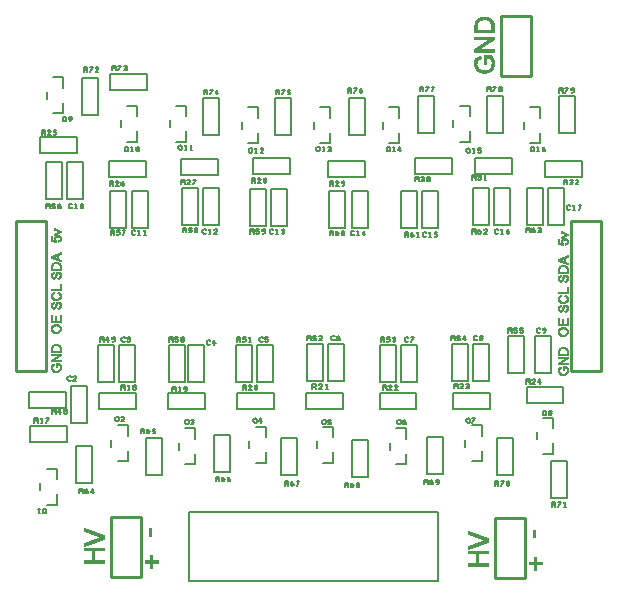
<source format=gto>
%FSLAX24Y24*%
%MOIN*%
G04 EasyPC Gerber Version 18.0.8 Build 3632 *
%ADD96C,0.00100*%
%ADD10C,0.00500*%
%ADD134C,0.00600*%
%ADD11C,0.00800*%
%ADD14C,0.01000*%
X0Y0D02*
D02*
D10*
X4725Y7462D02*
Y7610D01*
X4811*
X4836Y7597*
X4848Y7573*
X4836Y7548*
X4811Y7536*
X4725*
X4811D02*
X4848Y7462D01*
X4946D02*
X4996D01*
X4971D02*
Y7610D01*
X4946Y7585*
X5119Y7462D02*
X5217Y7610D01*
X5119*
X4975Y17062D02*
Y17210D01*
X5061*
X5086Y17197*
X5098Y17173*
X5086Y17148*
X5061Y17136*
X4975*
X5061D02*
X5098Y17062D01*
X5270D02*
X5172D01*
X5258Y17148*
X5270Y17173*
X5258Y17197*
X5233Y17210*
X5196*
X5172Y17197*
X5369Y17074D02*
X5393Y17062D01*
X5430*
X5455Y17074*
X5467Y17099*
Y17111*
X5455Y17136*
X5430Y17148*
X5369*
Y17210*
X5467*
X5125Y4539D02*
Y4490D01*
X5113Y4465*
X5100Y4453*
X5076Y4440*
X5051*
X5027Y4453*
X5014Y4465*
X5002Y4490*
Y4539*
X5014Y4564*
X5027Y4576*
X5051Y4588*
X5076*
X5100Y4576*
X5113Y4564*
X5125Y4539*
X5039Y4551D02*
X5002Y4588D01*
X4904D02*
X4854D01*
X4879D02*
Y4440D01*
X4904Y4465*
X5125Y14612D02*
Y14760D01*
X5211*
X5236Y14747*
X5248Y14723*
X5236Y14698*
X5211Y14686*
X5125*
X5211D02*
X5248Y14612D01*
X5322Y14624D02*
X5346Y14612D01*
X5383*
X5408Y14624*
X5420Y14649*
Y14661*
X5408Y14686*
X5383Y14698*
X5322*
Y14760*
X5420*
X5519Y14649D02*
X5531Y14673D01*
X5556Y14686*
X5580*
X5605Y14673*
X5617Y14649*
X5605Y14624*
X5580Y14612*
X5556*
X5531Y14624*
X5519Y14649*
Y14686*
X5531Y14723*
X5556Y14747*
X5580Y14760*
X5325Y7762D02*
Y7910D01*
X5411*
X5436Y7897*
X5448Y7873*
X5436Y7848*
X5411Y7836*
X5325*
X5411D02*
X5448Y7762D01*
X5583D02*
Y7910D01*
X5522Y7811*
X5620*
X5756Y7836D02*
X5780D01*
X5805Y7848*
X5817Y7873*
X5805Y7897*
X5780Y7910*
X5756*
X5731Y7897*
X5719Y7873*
X5731Y7848*
X5756Y7836*
X5731Y7823*
X5719Y7799*
X5731Y7774*
X5756Y7762*
X5780*
X5805Y7774*
X5817Y7799*
X5805Y7823*
X5780Y7836*
X5675Y17561D02*
Y17610D01*
X5687Y17635*
X5700Y17647*
X5724Y17660*
X5749*
X5773Y17647*
X5786Y17635*
X5798Y17610*
Y17561*
X5786Y17537*
X5773Y17524*
X5749Y17512*
X5724*
X5700Y17524*
X5687Y17537*
X5675Y17561*
X5761Y17549D02*
X5798Y17512D01*
X5909D02*
X5933Y17524D01*
X5958Y17549*
X5970Y17586*
Y17623*
X5958Y17647*
X5933Y17660*
X5909*
X5884Y17647*
X5872Y17623*
X5884Y17598*
X5909Y17586*
X5933*
X5958Y17598*
X5970Y17623*
X5948Y8887D02*
X5936Y8874D01*
X5911Y8862*
X5874*
X5850Y8874*
X5837Y8887*
X5825Y8911*
Y8960*
X5837Y8985*
X5850Y8997*
X5874Y9010*
X5911*
X5936Y8997*
X5948Y8985*
X6120Y8862D02*
X6022D01*
X6108Y8948*
X6120Y8973*
X6108Y8997*
X6083Y9010*
X6046*
X6022Y8997*
X5998Y14637D02*
X5986Y14624D01*
X5961Y14612*
X5924*
X5900Y14624*
X5887Y14637*
X5875Y14661*
Y14710*
X5887Y14735*
X5900Y14747*
X5924Y14760*
X5961*
X5986Y14747*
X5998Y14735*
X6096Y14612D02*
X6146D01*
X6121D02*
Y14760D01*
X6096Y14735*
X6281Y14624D02*
X6306Y14612D01*
X6330*
X6355Y14624*
X6367Y14649*
Y14723*
X6355Y14747*
X6330Y14760*
X6306*
X6281Y14747*
X6269Y14723*
Y14649*
X6281Y14624*
X6355Y14747*
X6225Y5112D02*
Y5260D01*
X6311*
X6336Y5247*
X6348Y5223*
X6336Y5198*
X6311Y5186*
X6225*
X6311D02*
X6348Y5112D01*
X6422Y5149D02*
X6434Y5173D01*
X6459Y5186*
X6483*
X6508Y5173*
X6520Y5149*
X6508Y5124*
X6483Y5112*
X6459*
X6434Y5124*
X6422Y5149*
Y5186*
X6434Y5223*
X6459Y5247*
X6483Y5260*
X6680Y5112D02*
Y5260D01*
X6619Y5161*
X6717*
X6375Y19162D02*
Y19310D01*
X6461*
X6486Y19297*
X6498Y19273*
X6486Y19248*
X6461Y19236*
X6375*
X6461D02*
X6498Y19162D01*
X6572D02*
X6670Y19310D01*
X6572*
X6867Y19162D02*
X6769D01*
X6855Y19248*
X6867Y19273*
X6855Y19297*
X6830Y19310*
X6793*
X6769Y19297*
X6925Y10162D02*
Y10310D01*
X7011*
X7036Y10297*
X7048Y10273*
X7036Y10248*
X7011Y10236*
X6925*
X7011D02*
X7048Y10162D01*
X7183D02*
Y10310D01*
X7122Y10211*
X7220*
X7356Y10162D02*
X7380Y10174D01*
X7405Y10199*
X7417Y10236*
Y10273*
X7405Y10297*
X7380Y10310*
X7356*
X7331Y10297*
X7319Y10273*
X7331Y10248*
X7356Y10236*
X7380*
X7405Y10248*
X7417Y10273*
X7240Y15362D02*
Y15510D01*
X7326*
X7351Y15497*
X7363Y15473*
X7351Y15448*
X7326Y15436*
X7240*
X7326D02*
X7363Y15362D01*
X7535D02*
X7437D01*
X7523Y15448*
X7535Y15473*
X7523Y15497*
X7498Y15510*
X7461*
X7437Y15497*
X7634Y15399D02*
X7646Y15423D01*
X7671Y15436*
X7695*
X7720Y15423*
X7732Y15399*
X7720Y15374*
X7695Y15362*
X7671*
X7646Y15374*
X7634Y15399*
Y15436*
X7646Y15473*
X7671Y15497*
X7695Y15510*
X7275Y13727D02*
Y13875D01*
X7361*
X7386Y13862*
X7398Y13838*
X7386Y13813*
X7361Y13801*
X7275*
X7361D02*
X7398Y13727D01*
X7472Y13739D02*
X7496Y13727D01*
X7533*
X7558Y13739*
X7570Y13764*
Y13776*
X7558Y13801*
X7533Y13813*
X7472*
Y13875*
X7570*
X7669Y13727D02*
X7767Y13875D01*
X7669*
X7325Y19212D02*
Y19360D01*
X7411*
X7436Y19347*
X7448Y19323*
X7436Y19298*
X7411Y19286*
X7325*
X7411D02*
X7448Y19212D01*
X7522D02*
X7620Y19360D01*
X7522*
X7731Y19224D02*
X7756Y19212D01*
X7780*
X7805Y19224*
X7817Y19249*
X7805Y19273*
X7780Y19286*
X7756*
X7780D02*
X7805Y19298D01*
X7817Y19323*
X7805Y19347*
X7780Y19360*
X7756*
X7731Y19347*
X7425Y7561D02*
Y7610D01*
X7437Y7635*
X7450Y7647*
X7474Y7660*
X7499*
X7523Y7647*
X7536Y7635*
X7548Y7610*
Y7561*
X7536Y7537*
X7523Y7524*
X7499Y7512*
X7474*
X7450Y7524*
X7437Y7537*
X7425Y7561*
X7511Y7549D02*
X7548Y7512D01*
X7720D02*
X7622D01*
X7708Y7598*
X7720Y7623*
X7708Y7647*
X7683Y7660*
X7646*
X7622Y7647*
X7625Y8562D02*
Y8710D01*
X7711*
X7736Y8697*
X7748Y8673*
X7736Y8648*
X7711Y8636*
X7625*
X7711D02*
X7748Y8562D01*
X7846D02*
X7896D01*
X7871D02*
Y8710D01*
X7846Y8685*
X8056Y8636D02*
X8080D01*
X8105Y8648*
X8117Y8673*
X8105Y8697*
X8080Y8710*
X8056*
X8031Y8697*
X8019Y8673*
X8031Y8648*
X8056Y8636*
X8031Y8623*
X8019Y8599*
X8031Y8574*
X8056Y8562*
X8080*
X8105Y8574*
X8117Y8599*
X8105Y8623*
X8080Y8636*
X7748Y10187D02*
X7736Y10174D01*
X7711Y10162*
X7674*
X7650Y10174*
X7637Y10187*
X7625Y10211*
Y10260*
X7637Y10285*
X7650Y10297*
X7674Y10310*
X7711*
X7736Y10297*
X7748Y10285*
X7834Y10174D02*
X7859Y10162D01*
X7883*
X7908Y10174*
X7920Y10199*
X7908Y10223*
X7883Y10236*
X7859*
X7883D02*
X7908Y10248D01*
X7920Y10273*
X7908Y10297*
X7883Y10310*
X7859*
X7834Y10297*
X7740Y16561D02*
Y16610D01*
X7752Y16635*
X7765Y16647*
X7789Y16660*
X7814*
X7838Y16647*
X7851Y16635*
X7863Y16610*
Y16561*
X7851Y16537*
X7838Y16524*
X7814Y16512*
X7789*
X7765Y16524*
X7752Y16537*
X7740Y16561*
X7826Y16549D02*
X7863Y16512D01*
X7961D02*
X8011D01*
X7986D02*
Y16660D01*
X7961Y16635*
X8146Y16524D02*
X8171Y16512D01*
X8195*
X8220Y16524*
X8232Y16549*
Y16623*
X8220Y16647*
X8195Y16660*
X8171*
X8146Y16647*
X8134Y16623*
Y16549*
X8146Y16524*
X8220Y16647*
X8098Y13752D02*
X8086Y13739D01*
X8061Y13727*
X8024*
X8000Y13739*
X7987Y13752*
X7975Y13776*
Y13825*
X7987Y13850*
X8000Y13862*
X8024Y13875*
X8061*
X8086Y13862*
X8098Y13850*
X8196Y13727D02*
X8246D01*
X8221D02*
Y13875D01*
X8196Y13850*
X8393Y13727D02*
X8443D01*
X8418D02*
Y13875D01*
X8393Y13850*
X8275Y7112D02*
Y7260D01*
X8361*
X8386Y7247*
X8398Y7223*
X8386Y7198*
X8361Y7186*
X8275*
X8361D02*
X8398Y7112D01*
X8472Y7149D02*
X8484Y7173D01*
X8509Y7186*
X8533*
X8558Y7173*
X8570Y7149*
X8558Y7124*
X8533Y7112*
X8509*
X8484Y7124*
X8472Y7149*
Y7186*
X8484Y7223*
X8509Y7247*
X8533Y7260*
X8669Y7124D02*
X8693Y7112D01*
X8730*
X8755Y7124*
X8767Y7149*
Y7161*
X8755Y7186*
X8730Y7198*
X8669*
Y7260*
X8767*
X9225Y10162D02*
Y10310D01*
X9311*
X9336Y10297*
X9348Y10273*
X9336Y10248*
X9311Y10236*
X9225*
X9311D02*
X9348Y10162D01*
X9422Y10174D02*
X9446Y10162D01*
X9483*
X9508Y10174*
X9520Y10199*
Y10211*
X9508Y10236*
X9483Y10248*
X9422*
Y10310*
X9520*
X9631Y10174D02*
X9656Y10162D01*
X9680*
X9705Y10174*
X9717Y10199*
Y10273*
X9705Y10297*
X9680Y10310*
X9656*
X9631Y10297*
X9619Y10273*
Y10199*
X9631Y10174*
X9705Y10297*
X9325Y8512D02*
Y8660D01*
X9411*
X9436Y8647*
X9448Y8623*
X9436Y8598*
X9411Y8586*
X9325*
X9411D02*
X9448Y8512D01*
X9546D02*
X9596D01*
X9571D02*
Y8660D01*
X9546Y8635*
X9756Y8512D02*
X9780Y8524D01*
X9805Y8549*
X9817Y8586*
Y8623*
X9805Y8647*
X9780Y8660*
X9756*
X9731Y8647*
X9719Y8623*
X9731Y8598*
X9756Y8586*
X9780*
X9805Y8598*
X9817Y8623*
X9525Y16611D02*
Y16660D01*
X9537Y16685*
X9550Y16697*
X9574Y16710*
X9599*
X9623Y16697*
X9636Y16685*
X9648Y16660*
Y16611*
X9636Y16587*
X9623Y16574*
X9599Y16562*
X9574*
X9550Y16574*
X9537Y16587*
X9525Y16611*
X9611Y16599D02*
X9648Y16562D01*
X9746D02*
X9796D01*
X9771D02*
Y16710D01*
X9746Y16685*
X9943Y16562D02*
X9993D01*
X9968D02*
Y16710D01*
X9943Y16685*
X9625Y15412D02*
Y15560D01*
X9711*
X9736Y15547*
X9748Y15523*
X9736Y15498*
X9711Y15486*
X9625*
X9711D02*
X9748Y15412D01*
X9920D02*
X9822D01*
X9908Y15498*
X9920Y15523*
X9908Y15547*
X9883Y15560*
X9846*
X9822Y15547*
X10019Y15412D02*
X10117Y15560D01*
X10019*
X9675Y13812D02*
Y13960D01*
X9761*
X9786Y13947*
X9798Y13923*
X9786Y13898*
X9761Y13886*
X9675*
X9761D02*
X9798Y13812D01*
X9872Y13824D02*
X9896Y13812D01*
X9933*
X9958Y13824*
X9970Y13849*
Y13861*
X9958Y13886*
X9933Y13898*
X9872*
Y13960*
X9970*
X10106Y13886D02*
X10130D01*
X10155Y13898*
X10167Y13923*
X10155Y13947*
X10130Y13960*
X10106*
X10081Y13947*
X10069Y13923*
X10081Y13898*
X10106Y13886*
X10081Y13873*
X10069Y13849*
X10081Y13824*
X10106Y13812*
X10130*
X10155Y13824*
X10167Y13849*
X10155Y13873*
X10130Y13886*
X9750Y7461D02*
Y7510D01*
X9762Y7535*
X9775Y7547*
X9799Y7560*
X9824*
X9848Y7547*
X9861Y7535*
X9873Y7510*
Y7461*
X9861Y7437*
X9848Y7424*
X9824Y7412*
X9799*
X9775Y7424*
X9762Y7437*
X9750Y7461*
X9836Y7449D02*
X9873Y7412D01*
X9959Y7424D02*
X9984Y7412D01*
X10008*
X10033Y7424*
X10045Y7449*
X10033Y7473*
X10008Y7486*
X9984*
X10008D02*
X10033Y7498D01*
X10045Y7523*
X10033Y7547*
X10008Y7560*
X9984*
X9959Y7547*
X9881Y4469D02*
X18169D01*
Y2181*
X9881*
Y4469*
X10448Y13787D02*
X10436Y13774D01*
X10411Y13762*
X10374*
X10350Y13774*
X10337Y13787*
X10325Y13811*
Y13860*
X10337Y13885*
X10350Y13897*
X10374Y13910*
X10411*
X10436Y13897*
X10448Y13885*
X10546Y13762D02*
X10596D01*
X10571D02*
Y13910D01*
X10546Y13885*
X10817Y13762D02*
X10719D01*
X10805Y13848*
X10817Y13873*
X10805Y13897*
X10780Y13910*
X10743*
X10719Y13897*
X10375Y18412D02*
Y18560D01*
X10461*
X10486Y18547*
X10498Y18523*
X10486Y18498*
X10461Y18486*
X10375*
X10461D02*
X10498Y18412D01*
X10572D02*
X10670Y18560D01*
X10572*
X10830Y18412D02*
Y18560D01*
X10769Y18461*
X10867*
X10598Y10087D02*
X10586Y10074D01*
X10561Y10062*
X10524*
X10500Y10074*
X10487Y10087*
X10475Y10111*
Y10160*
X10487Y10185*
X10500Y10197*
X10524Y10210*
X10561*
X10586Y10197*
X10598Y10185*
X10733Y10062D02*
Y10210D01*
X10672Y10111*
X10770*
X10775Y5512D02*
Y5660D01*
X10861*
X10886Y5647*
X10898Y5623*
X10886Y5598*
X10861Y5586*
X10775*
X10861D02*
X10898Y5512D01*
X10972Y5549D02*
X10984Y5573D01*
X11009Y5586*
X11033*
X11058Y5573*
X11070Y5549*
X11058Y5524*
X11033Y5512*
X11009*
X10984Y5524*
X10972Y5549*
Y5586*
X10984Y5623*
X11009Y5647*
X11033Y5660*
X11169Y5549D02*
X11181Y5573D01*
X11206Y5586*
X11230*
X11255Y5573*
X11267Y5549*
X11255Y5524*
X11230Y5512*
X11206*
X11181Y5524*
X11169Y5549*
Y5586*
X11181Y5623*
X11206Y5647*
X11230Y5660*
X11475Y10162D02*
Y10310D01*
X11561*
X11586Y10297*
X11598Y10273*
X11586Y10248*
X11561Y10236*
X11475*
X11561D02*
X11598Y10162D01*
X11672Y10174D02*
X11696Y10162D01*
X11733*
X11758Y10174*
X11770Y10199*
Y10211*
X11758Y10236*
X11733Y10248*
X11672*
Y10310*
X11770*
X11893Y10162D02*
X11943D01*
X11918D02*
Y10310D01*
X11893Y10285*
X11675Y8562D02*
Y8710D01*
X11761*
X11786Y8697*
X11798Y8673*
X11786Y8648*
X11761Y8636*
X11675*
X11761D02*
X11798Y8562D01*
X11970D02*
X11872D01*
X11958Y8648*
X11970Y8673*
X11958Y8697*
X11933Y8710*
X11896*
X11872Y8697*
X12081Y8574D02*
X12106Y8562D01*
X12130*
X12155Y8574*
X12167Y8599*
Y8673*
X12155Y8697*
X12130Y8710*
X12106*
X12081Y8697*
X12069Y8673*
Y8599*
X12081Y8574*
X12155Y8697*
X11875Y16511D02*
Y16560D01*
X11887Y16585*
X11900Y16597*
X11924Y16610*
X11949*
X11973Y16597*
X11986Y16585*
X11998Y16560*
Y16511*
X11986Y16487*
X11973Y16474*
X11949Y16462*
X11924*
X11900Y16474*
X11887Y16487*
X11875Y16511*
X11961Y16499D02*
X11998Y16462D01*
X12096D02*
X12146D01*
X12121D02*
Y16610D01*
X12096Y16585*
X12367Y16462D02*
X12269D01*
X12355Y16548*
X12367Y16573*
X12355Y16597*
X12330Y16610*
X12293*
X12269Y16597*
X11925Y13762D02*
Y13910D01*
X12011*
X12036Y13897*
X12048Y13873*
X12036Y13848*
X12011Y13836*
X11925*
X12011D02*
X12048Y13762D01*
X12122Y13774D02*
X12146Y13762D01*
X12183*
X12208Y13774*
X12220Y13799*
Y13811*
X12208Y13836*
X12183Y13848*
X12122*
Y13910*
X12220*
X12356Y13762D02*
X12380Y13774D01*
X12405Y13799*
X12417Y13836*
Y13873*
X12405Y13897*
X12380Y13910*
X12356*
X12331Y13897*
X12319Y13873*
X12331Y13848*
X12356Y13836*
X12380*
X12405Y13848*
X12417Y13873*
X11975Y15462D02*
Y15610D01*
X12061*
X12086Y15597*
X12098Y15573*
X12086Y15548*
X12061Y15536*
X11975*
X12061D02*
X12098Y15462D01*
X12270D02*
X12172D01*
X12258Y15548*
X12270Y15573*
X12258Y15597*
X12233Y15610*
X12196*
X12172Y15597*
X12406Y15536D02*
X12430D01*
X12455Y15548*
X12467Y15573*
X12455Y15597*
X12430Y15610*
X12406*
X12381Y15597*
X12369Y15573*
X12381Y15548*
X12406Y15536*
X12381Y15523*
X12369Y15499*
X12381Y15474*
X12406Y15462*
X12430*
X12455Y15474*
X12467Y15499*
X12455Y15523*
X12430Y15536*
X12025Y7511D02*
Y7560D01*
X12037Y7585*
X12050Y7597*
X12074Y7610*
X12099*
X12123Y7597*
X12136Y7585*
X12148Y7560*
Y7511*
X12136Y7487*
X12123Y7474*
X12099Y7462*
X12074*
X12050Y7474*
X12037Y7487*
X12025Y7511*
X12111Y7499D02*
X12148Y7462D01*
X12283D02*
Y7610D01*
X12222Y7511*
X12320*
X12348Y10187D02*
X12336Y10174D01*
X12311Y10162*
X12274*
X12250Y10174*
X12237Y10187*
X12225Y10211*
Y10260*
X12237Y10285*
X12250Y10297*
X12274Y10310*
X12311*
X12336Y10297*
X12348Y10285*
X12422Y10174D02*
X12446Y10162D01*
X12483*
X12508Y10174*
X12520Y10199*
Y10211*
X12508Y10236*
X12483Y10248*
X12422*
Y10310*
X12520*
X12698Y13787D02*
X12686Y13774D01*
X12661Y13762*
X12624*
X12600Y13774*
X12587Y13787*
X12575Y13811*
Y13860*
X12587Y13885*
X12600Y13897*
X12624Y13910*
X12661*
X12686Y13897*
X12698Y13885*
X12796Y13762D02*
X12846D01*
X12821D02*
Y13910D01*
X12796Y13885*
X12981Y13774D02*
X13006Y13762D01*
X13030*
X13055Y13774*
X13067Y13799*
X13055Y13823*
X13030Y13836*
X13006*
X13030D02*
X13055Y13848D01*
X13067Y13873*
X13055Y13897*
X13030Y13910*
X13006*
X12981Y13897*
X12775Y18412D02*
Y18560D01*
X12861*
X12886Y18547*
X12898Y18523*
X12886Y18498*
X12861Y18486*
X12775*
X12861D02*
X12898Y18412D01*
X12972D02*
X13070Y18560D01*
X12972*
X13169Y18424D02*
X13193Y18412D01*
X13230*
X13255Y18424*
X13267Y18449*
Y18461*
X13255Y18486*
X13230Y18498*
X13169*
Y18560*
X13267*
X13075Y5362D02*
Y5510D01*
X13161*
X13186Y5497*
X13198Y5473*
X13186Y5448*
X13161Y5436*
X13075*
X13161D02*
X13198Y5362D01*
X13272Y5399D02*
X13284Y5423D01*
X13309Y5436*
X13333*
X13358Y5423*
X13370Y5399*
X13358Y5374*
X13333Y5362*
X13309*
X13284Y5374*
X13272Y5399*
Y5436*
X13284Y5473*
X13309Y5497*
X13333Y5510*
X13469Y5362D02*
X13567Y5510D01*
X13469*
X13825Y10212D02*
Y10360D01*
X13911*
X13936Y10347*
X13948Y10323*
X13936Y10298*
X13911Y10286*
X13825*
X13911D02*
X13948Y10212D01*
X14022Y10224D02*
X14046Y10212D01*
X14083*
X14108Y10224*
X14120Y10249*
Y10261*
X14108Y10286*
X14083Y10298*
X14022*
Y10360*
X14120*
X14317Y10212D02*
X14219D01*
X14305Y10298*
X14317Y10323*
X14305Y10347*
X14280Y10360*
X14243*
X14219Y10347*
X13975Y8568D02*
Y8739D01*
X14075*
X14103Y8725*
X14118Y8696*
X14103Y8668*
X14075Y8653*
X13975*
X14075D02*
X14118Y8568D01*
X14318D02*
X14203D01*
X14303Y8668*
X14318Y8696*
X14303Y8725*
X14275Y8739*
X14232*
X14203Y8725*
X14460Y8568D02*
X14517D01*
X14489D02*
Y8739D01*
X14460Y8711*
X14125Y16561D02*
Y16610D01*
X14137Y16635*
X14150Y16647*
X14174Y16660*
X14199*
X14223Y16647*
X14236Y16635*
X14248Y16610*
Y16561*
X14236Y16537*
X14223Y16524*
X14199Y16512*
X14174*
X14150Y16524*
X14137Y16537*
X14125Y16561*
X14211Y16549D02*
X14248Y16512D01*
X14346D02*
X14396D01*
X14371D02*
Y16660D01*
X14346Y16635*
X14531Y16524D02*
X14556Y16512D01*
X14580*
X14605Y16524*
X14617Y16549*
X14605Y16573*
X14580Y16586*
X14556*
X14580D02*
X14605Y16598D01*
X14617Y16623*
X14605Y16647*
X14580Y16660*
X14556*
X14531Y16647*
X14325Y7461D02*
Y7510D01*
X14337Y7535*
X14350Y7547*
X14374Y7560*
X14399*
X14423Y7547*
X14436Y7535*
X14448Y7510*
Y7461*
X14436Y7437*
X14423Y7424*
X14399Y7412*
X14374*
X14350Y7424*
X14337Y7437*
X14325Y7461*
X14411Y7449D02*
X14448Y7412D01*
X14522Y7424D02*
X14546Y7412D01*
X14583*
X14608Y7424*
X14620Y7449*
Y7461*
X14608Y7486*
X14583Y7498*
X14522*
Y7560*
X14620*
X14575Y13712D02*
Y13860D01*
X14661*
X14686Y13847*
X14698Y13823*
X14686Y13798*
X14661Y13786*
X14575*
X14661D02*
X14698Y13712D01*
X14772Y13749D02*
X14784Y13773D01*
X14809Y13786*
X14833*
X14858Y13773*
X14870Y13749*
X14858Y13724*
X14833Y13712*
X14809*
X14784Y13724*
X14772Y13749*
Y13786*
X14784Y13823*
X14809Y13847*
X14833Y13860*
X14981Y13724D02*
X15006Y13712D01*
X15030*
X15055Y13724*
X15067Y13749*
Y13823*
X15055Y13847*
X15030Y13860*
X15006*
X14981Y13847*
X14969Y13823*
Y13749*
X14981Y13724*
X15055Y13847*
X14575Y15362D02*
Y15510D01*
X14661*
X14686Y15497*
X14698Y15473*
X14686Y15448*
X14661Y15436*
X14575*
X14661D02*
X14698Y15362D01*
X14870D02*
X14772D01*
X14858Y15448*
X14870Y15473*
X14858Y15497*
X14833Y15510*
X14796*
X14772Y15497*
X15006Y15362D02*
X15030Y15374D01*
X15055Y15399*
X15067Y15436*
Y15473*
X15055Y15497*
X15030Y15510*
X15006*
X14981Y15497*
X14969Y15473*
X14981Y15448*
X15006Y15436*
X15030*
X15055Y15448*
X15067Y15473*
X14748Y10237D02*
X14736Y10224D01*
X14711Y10212*
X14674*
X14650Y10224*
X14637Y10237*
X14625Y10261*
Y10310*
X14637Y10335*
X14650Y10347*
X14674Y10360*
X14711*
X14736Y10347*
X14748Y10335*
X14822Y10249D02*
X14834Y10273D01*
X14859Y10286*
X14883*
X14908Y10273*
X14920Y10249*
X14908Y10224*
X14883Y10212*
X14859*
X14834Y10224*
X14822Y10249*
Y10286*
X14834Y10323*
X14859Y10347*
X14883Y10360*
X15075Y5312D02*
Y5460D01*
X15161*
X15186Y5447*
X15198Y5423*
X15186Y5398*
X15161Y5386*
X15075*
X15161D02*
X15198Y5312D01*
X15272Y5349D02*
X15284Y5373D01*
X15309Y5386*
X15333*
X15358Y5373*
X15370Y5349*
X15358Y5324*
X15333Y5312*
X15309*
X15284Y5324*
X15272Y5349*
Y5386*
X15284Y5423*
X15309Y5447*
X15333Y5460*
X15506Y5386D02*
X15530D01*
X15555Y5398*
X15567Y5423*
X15555Y5447*
X15530Y5460*
X15506*
X15481Y5447*
X15469Y5423*
X15481Y5398*
X15506Y5386*
X15481Y5373*
X15469Y5349*
X15481Y5324*
X15506Y5312*
X15530*
X15555Y5324*
X15567Y5349*
X15555Y5373*
X15530Y5386*
X15175Y18462D02*
Y18610D01*
X15261*
X15286Y18597*
X15298Y18573*
X15286Y18548*
X15261Y18536*
X15175*
X15261D02*
X15298Y18462D01*
X15372D02*
X15470Y18610D01*
X15372*
X15569Y18499D02*
X15581Y18523D01*
X15606Y18536*
X15630*
X15655Y18523*
X15667Y18499*
X15655Y18474*
X15630Y18462*
X15606*
X15581Y18474*
X15569Y18499*
Y18536*
X15581Y18573*
X15606Y18597*
X15630Y18610*
X15398Y13737D02*
X15386Y13724D01*
X15361Y13712*
X15324*
X15300Y13724*
X15287Y13737*
X15275Y13761*
Y13810*
X15287Y13835*
X15300Y13847*
X15324Y13860*
X15361*
X15386Y13847*
X15398Y13835*
X15496Y13712D02*
X15546D01*
X15521D02*
Y13860D01*
X15496Y13835*
X15730Y13712D02*
Y13860D01*
X15669Y13761*
X15767*
X16275Y10162D02*
Y10310D01*
X16361*
X16386Y10297*
X16398Y10273*
X16386Y10248*
X16361Y10236*
X16275*
X16361D02*
X16398Y10162D01*
X16472Y10174D02*
X16496Y10162D01*
X16533*
X16558Y10174*
X16570Y10199*
Y10211*
X16558Y10236*
X16533Y10248*
X16472*
Y10310*
X16570*
X16681Y10174D02*
X16706Y10162D01*
X16730*
X16755Y10174*
X16767Y10199*
X16755Y10223*
X16730Y10236*
X16706*
X16730D02*
X16755Y10248D01*
X16767Y10273*
X16755Y10297*
X16730Y10310*
X16706*
X16681Y10297*
X16350Y8562D02*
Y8710D01*
X16436*
X16461Y8697*
X16473Y8673*
X16461Y8648*
X16436Y8636*
X16350*
X16436D02*
X16473Y8562D01*
X16645D02*
X16547D01*
X16633Y8648*
X16645Y8673*
X16633Y8697*
X16608Y8710*
X16571*
X16547Y8697*
X16842Y8562D02*
X16744D01*
X16830Y8648*
X16842Y8673*
X16830Y8697*
X16805Y8710*
X16768*
X16744Y8697*
X16475Y16561D02*
Y16610D01*
X16487Y16635*
X16499Y16647*
X16524Y16660*
X16549*
X16573Y16647*
X16585Y16635*
X16598Y16610*
Y16561*
X16585Y16537*
X16573Y16524*
X16549Y16512*
X16524*
X16499Y16524*
X16487Y16537*
X16475Y16561*
X16561Y16549D02*
X16598Y16512D01*
X16696D02*
X16745D01*
X16721D02*
Y16660D01*
X16696Y16635*
X16930Y16512D02*
Y16660D01*
X16868Y16561*
X16967*
X16825Y7461D02*
Y7510D01*
X16837Y7535*
X16850Y7547*
X16874Y7560*
X16899*
X16923Y7547*
X16936Y7535*
X16948Y7510*
Y7461*
X16936Y7437*
X16923Y7424*
X16899Y7412*
X16874*
X16850Y7424*
X16837Y7437*
X16825Y7461*
X16911Y7449D02*
X16948Y7412D01*
X17022Y7449D02*
X17034Y7473D01*
X17059Y7486*
X17083*
X17108Y7473*
X17120Y7449*
X17108Y7424*
X17083Y7412*
X17059*
X17034Y7424*
X17022Y7449*
Y7486*
X17034Y7523*
X17059Y7547*
X17083Y7560*
X17198Y10187D02*
X17186Y10174D01*
X17161Y10162*
X17124*
X17100Y10174*
X17087Y10187*
X17075Y10211*
Y10260*
X17087Y10285*
X17100Y10297*
X17124Y10310*
X17161*
X17186Y10297*
X17198Y10285*
X17272Y10162D02*
X17370Y10310D01*
X17272*
X17075Y13662D02*
Y13810D01*
X17161*
X17186Y13797*
X17198Y13773*
X17186Y13748*
X17161Y13736*
X17075*
X17161D02*
X17198Y13662D01*
X17272Y13699D02*
X17284Y13723D01*
X17309Y13736*
X17333*
X17358Y13723*
X17370Y13699*
X17358Y13674*
X17333Y13662*
X17309*
X17284Y13674*
X17272Y13699*
Y13736*
X17284Y13773*
X17309Y13797*
X17333Y13810*
X17493Y13662D02*
X17543D01*
X17518D02*
Y13810D01*
X17493Y13785*
X17425Y15512D02*
Y15660D01*
X17511*
X17536Y15647*
X17548Y15623*
X17536Y15598*
X17511Y15586*
X17425*
X17511D02*
X17548Y15512D01*
X17634Y15524D02*
X17659Y15512D01*
X17683*
X17708Y15524*
X17720Y15549*
X17708Y15573*
X17683Y15586*
X17659*
X17683D02*
X17708Y15598D01*
X17720Y15623*
X17708Y15647*
X17683Y15660*
X17659*
X17634Y15647*
X17831Y15524D02*
X17856Y15512D01*
X17880*
X17905Y15524*
X17917Y15549*
Y15623*
X17905Y15647*
X17880Y15660*
X17856*
X17831Y15647*
X17819Y15623*
Y15549*
X17831Y15524*
X17905Y15647*
X17575Y18512D02*
Y18660D01*
X17661*
X17686Y18647*
X17698Y18623*
X17686Y18598*
X17661Y18586*
X17575*
X17661D02*
X17698Y18512D01*
X17772D02*
X17870Y18660D01*
X17772*
X17969Y18512D02*
X18067Y18660D01*
X17969*
X17798Y13687D02*
X17786Y13674D01*
X17761Y13662*
X17724*
X17700Y13674*
X17687Y13687*
X17675Y13711*
Y13760*
X17687Y13785*
X17700Y13797*
X17724Y13810*
X17761*
X17786Y13797*
X17798Y13785*
X17896Y13662D02*
X17946D01*
X17921D02*
Y13810D01*
X17896Y13785*
X18069Y13674D02*
X18093Y13662D01*
X18130*
X18155Y13674*
X18167Y13699*
Y13711*
X18155Y13736*
X18130Y13748*
X18069*
Y13810*
X18167*
X17725Y5412D02*
Y5560D01*
X17811*
X17836Y5547*
X17848Y5523*
X17836Y5498*
X17811Y5486*
X17725*
X17811D02*
X17848Y5412D01*
X17922Y5449D02*
X17934Y5473D01*
X17959Y5486*
X17983*
X18008Y5473*
X18020Y5449*
X18008Y5424*
X17983Y5412*
X17959*
X17934Y5424*
X17922Y5449*
Y5486*
X17934Y5523*
X17959Y5547*
X17983Y5560*
X18156Y5412D02*
X18180Y5424D01*
X18205Y5449*
X18217Y5486*
Y5523*
X18205Y5547*
X18180Y5560*
X18156*
X18131Y5547*
X18119Y5523*
X18131Y5498*
X18156Y5486*
X18180*
X18205Y5498*
X18217Y5523*
X18625Y10212D02*
Y10360D01*
X18711*
X18736Y10347*
X18748Y10323*
X18736Y10298*
X18711Y10286*
X18625*
X18711D02*
X18748Y10212D01*
X18822Y10224D02*
X18846Y10212D01*
X18883*
X18908Y10224*
X18920Y10249*
Y10261*
X18908Y10286*
X18883Y10298*
X18822*
Y10360*
X18920*
X19080Y10212D02*
Y10360D01*
X19019Y10261*
X19117*
X18725Y8612D02*
Y8760D01*
X18811*
X18836Y8747*
X18848Y8723*
X18836Y8698*
X18811Y8686*
X18725*
X18811D02*
X18848Y8612D01*
X19020D02*
X18922D01*
X19008Y8698*
X19020Y8723*
X19008Y8747*
X18983Y8760*
X18946*
X18922Y8747*
X19131Y8624D02*
X19156Y8612D01*
X19180*
X19205Y8624*
X19217Y8649*
X19205Y8673*
X19180Y8686*
X19156*
X19180D02*
X19205Y8698D01*
X19217Y8723*
X19205Y8747*
X19180Y8760*
X19156*
X19131Y8747*
X19125Y7511D02*
Y7560D01*
X19137Y7585*
X19150Y7597*
X19174Y7610*
X19199*
X19223Y7597*
X19236Y7585*
X19248Y7560*
Y7511*
X19236Y7487*
X19223Y7474*
X19199Y7462*
X19174*
X19150Y7474*
X19137Y7487*
X19125Y7511*
X19211Y7499D02*
X19248Y7462D01*
X19322D02*
X19420Y7610D01*
X19322*
X19125Y16511D02*
Y16560D01*
X19137Y16585*
X19150Y16597*
X19174Y16610*
X19199*
X19223Y16597*
X19236Y16585*
X19248Y16560*
Y16511*
X19236Y16487*
X19223Y16474*
X19199Y16462*
X19174*
X19150Y16474*
X19137Y16487*
X19125Y16511*
X19211Y16499D02*
X19248Y16462D01*
X19346D02*
X19396D01*
X19371D02*
Y16610D01*
X19346Y16585*
X19519Y16474D02*
X19543Y16462D01*
X19580*
X19605Y16474*
X19617Y16499*
Y16511*
X19605Y16536*
X19580Y16548*
X19519*
Y16610*
X19617*
X19325Y13762D02*
Y13910D01*
X19411*
X19436Y13897*
X19448Y13873*
X19436Y13848*
X19411Y13836*
X19325*
X19411D02*
X19448Y13762D01*
X19522Y13799D02*
X19534Y13823D01*
X19559Y13836*
X19583*
X19608Y13823*
X19620Y13799*
X19608Y13774*
X19583Y13762*
X19559*
X19534Y13774*
X19522Y13799*
Y13836*
X19534Y13873*
X19559Y13897*
X19583Y13910*
X19817Y13762D02*
X19719D01*
X19805Y13848*
X19817Y13873*
X19805Y13897*
X19780Y13910*
X19743*
X19719Y13897*
X19325Y15562D02*
Y15710D01*
X19411*
X19436Y15697*
X19448Y15673*
X19436Y15648*
X19411Y15636*
X19325*
X19411D02*
X19448Y15562D01*
X19534Y15574D02*
X19559Y15562D01*
X19583*
X19608Y15574*
X19620Y15599*
X19608Y15623*
X19583Y15636*
X19559*
X19583D02*
X19608Y15648D01*
X19620Y15673*
X19608Y15697*
X19583Y15710*
X19559*
X19534Y15697*
X19743Y15562D02*
X19793D01*
X19768D02*
Y15710D01*
X19743Y15685*
X19498Y10237D02*
X19486Y10224D01*
X19461Y10212*
X19424*
X19400Y10224*
X19387Y10237*
X19375Y10261*
Y10310*
X19387Y10335*
X19400Y10347*
X19424Y10360*
X19461*
X19486Y10347*
X19498Y10335*
X19609Y10286D02*
X19633D01*
X19658Y10298*
X19670Y10323*
X19658Y10347*
X19633Y10360*
X19609*
X19584Y10347*
X19572Y10323*
X19584Y10298*
X19609Y10286*
X19584Y10273*
X19572Y10249*
X19584Y10224*
X19609Y10212*
X19633*
X19658Y10224*
X19670Y10249*
X19658Y10273*
X19633Y10286*
X19825Y18512D02*
Y18660D01*
X19911*
X19936Y18647*
X19948Y18623*
X19936Y18598*
X19911Y18586*
X19825*
X19911D02*
X19948Y18512D01*
X20022D02*
X20120Y18660D01*
X20022*
X20256Y18586D02*
X20280D01*
X20305Y18598*
X20317Y18623*
X20305Y18647*
X20280Y18660*
X20256*
X20231Y18647*
X20219Y18623*
X20231Y18598*
X20256Y18586*
X20231Y18573*
X20219Y18549*
X20231Y18524*
X20256Y18512*
X20280*
X20305Y18524*
X20317Y18549*
X20305Y18573*
X20280Y18586*
X20075Y5362D02*
Y5510D01*
X20161*
X20186Y5497*
X20198Y5473*
X20186Y5448*
X20161Y5436*
X20075*
X20161D02*
X20198Y5362D01*
X20272D02*
X20370Y5510D01*
X20272*
X20481Y5374D02*
X20506Y5362D01*
X20530*
X20555Y5374*
X20567Y5399*
Y5473*
X20555Y5497*
X20530Y5510*
X20506*
X20481Y5497*
X20469Y5473*
Y5399*
X20481Y5374*
X20555Y5497*
X20198Y13787D02*
X20186Y13774D01*
X20161Y13762*
X20124*
X20100Y13774*
X20087Y13787*
X20075Y13811*
Y13860*
X20087Y13885*
X20100Y13897*
X20124Y13910*
X20161*
X20186Y13897*
X20198Y13885*
X20296Y13762D02*
X20346D01*
X20321D02*
Y13910D01*
X20296Y13885*
X20469Y13799D02*
X20481Y13823D01*
X20506Y13836*
X20530*
X20555Y13823*
X20567Y13799*
X20555Y13774*
X20530Y13762*
X20506*
X20481Y13774*
X20469Y13799*
Y13836*
X20481Y13873*
X20506Y13897*
X20530Y13910*
X20525Y10462D02*
Y10610D01*
X20611*
X20636Y10597*
X20648Y10573*
X20636Y10548*
X20611Y10536*
X20525*
X20611D02*
X20648Y10462D01*
X20722Y10474D02*
X20746Y10462D01*
X20783*
X20808Y10474*
X20820Y10499*
Y10511*
X20808Y10536*
X20783Y10548*
X20722*
Y10610*
X20820*
X20919Y10474D02*
X20943Y10462D01*
X20980*
X21005Y10474*
X21017Y10499*
Y10511*
X21005Y10536*
X20980Y10548*
X20919*
Y10610*
X21017*
X21125Y8762D02*
Y8910D01*
X21211*
X21236Y8897*
X21248Y8873*
X21236Y8848*
X21211Y8836*
X21125*
X21211D02*
X21248Y8762D01*
X21420D02*
X21322D01*
X21408Y8848*
X21420Y8873*
X21408Y8897*
X21383Y8910*
X21346*
X21322Y8897*
X21580Y8762D02*
Y8910D01*
X21519Y8811*
X21617*
X21125Y13812D02*
Y13960D01*
X21211*
X21236Y13947*
X21248Y13923*
X21236Y13898*
X21211Y13886*
X21125*
X21211D02*
X21248Y13812D01*
X21322Y13849D02*
X21334Y13873D01*
X21359Y13886*
X21383*
X21408Y13873*
X21420Y13849*
X21408Y13824*
X21383Y13812*
X21359*
X21334Y13824*
X21322Y13849*
Y13886*
X21334Y13923*
X21359Y13947*
X21383Y13960*
X21531Y13824D02*
X21556Y13812D01*
X21580*
X21605Y13824*
X21617Y13849*
X21605Y13873*
X21580Y13886*
X21556*
X21580D02*
X21605Y13898D01*
X21617Y13923*
X21605Y13947*
X21580Y13960*
X21556*
X21531Y13947*
X21275Y16561D02*
Y16610D01*
X21287Y16635*
X21300Y16647*
X21324Y16660*
X21349*
X21373Y16647*
X21386Y16635*
X21398Y16610*
Y16561*
X21386Y16537*
X21373Y16524*
X21349Y16512*
X21324*
X21300Y16524*
X21287Y16537*
X21275Y16561*
X21361Y16549D02*
X21398Y16512D01*
X21496D02*
X21546D01*
X21521D02*
Y16660D01*
X21496Y16635*
X21669Y16549D02*
X21681Y16573D01*
X21706Y16586*
X21730*
X21755Y16573*
X21767Y16549*
X21755Y16524*
X21730Y16512*
X21706*
X21681Y16524*
X21669Y16549*
Y16586*
X21681Y16623*
X21706Y16647*
X21730Y16660*
X21598Y10487D02*
X21586Y10474D01*
X21561Y10462*
X21524*
X21500Y10474*
X21487Y10487*
X21475Y10511*
Y10560*
X21487Y10585*
X21500Y10597*
X21524Y10610*
X21561*
X21586Y10597*
X21598Y10585*
X21709Y10462D02*
X21733Y10474D01*
X21758Y10499*
X21770Y10536*
Y10573*
X21758Y10597*
X21733Y10610*
X21709*
X21684Y10597*
X21672Y10573*
X21684Y10548*
X21709Y10536*
X21733*
X21758Y10548*
X21770Y10573*
X21675Y7761D02*
Y7810D01*
X21687Y7835*
X21700Y7847*
X21724Y7860*
X21749*
X21773Y7847*
X21786Y7835*
X21798Y7810*
Y7761*
X21786Y7737*
X21773Y7724*
X21749Y7712*
X21724*
X21700Y7724*
X21687Y7737*
X21675Y7761*
X21761Y7749D02*
X21798Y7712D01*
X21909Y7786D02*
X21933D01*
X21958Y7798*
X21970Y7823*
X21958Y7847*
X21933Y7860*
X21909*
X21884Y7847*
X21872Y7823*
X21884Y7798*
X21909Y7786*
X21884Y7773*
X21872Y7749*
X21884Y7724*
X21909Y7712*
X21933*
X21958Y7724*
X21970Y7749*
X21958Y7773*
X21933Y7786*
X21975Y4662D02*
Y4810D01*
X22061*
X22086Y4797*
X22098Y4773*
X22086Y4748*
X22061Y4736*
X21975*
X22061D02*
X22098Y4662D01*
X22172D02*
X22270Y4810D01*
X22172*
X22393Y4662D02*
X22443D01*
X22418D02*
Y4810D01*
X22393Y4785*
X22225Y18462D02*
Y18610D01*
X22311*
X22336Y18597*
X22348Y18573*
X22336Y18548*
X22311Y18536*
X22225*
X22311D02*
X22348Y18462D01*
X22422D02*
X22520Y18610D01*
X22422*
X22656Y18462D02*
X22680Y18474D01*
X22705Y18499*
X22717Y18536*
Y18573*
X22705Y18597*
X22680Y18610*
X22656*
X22631Y18597*
X22619Y18573*
X22631Y18548*
X22656Y18536*
X22680*
X22705Y18548*
X22717Y18573*
X22375Y15412D02*
Y15560D01*
X22461*
X22486Y15547*
X22498Y15523*
X22486Y15498*
X22461Y15486*
X22375*
X22461D02*
X22498Y15412D01*
X22584Y15424D02*
X22609Y15412D01*
X22633*
X22658Y15424*
X22670Y15449*
X22658Y15473*
X22633Y15486*
X22609*
X22633D02*
X22658Y15498D01*
X22670Y15523*
X22658Y15547*
X22633Y15560*
X22609*
X22584Y15547*
X22867Y15412D02*
X22769D01*
X22855Y15498*
X22867Y15523*
X22855Y15547*
X22830Y15560*
X22793*
X22769Y15547*
X22598Y14587D02*
X22586Y14574D01*
X22561Y14562*
X22524*
X22500Y14574*
X22487Y14587*
X22475Y14611*
Y14660*
X22487Y14685*
X22500Y14697*
X22524Y14710*
X22561*
X22586Y14697*
X22598Y14685*
X22696Y14562D02*
X22746D01*
X22721D02*
Y14710D01*
X22696Y14685*
X22869Y14562D02*
X22967Y14710D01*
X22869*
D02*
D11*
X4560Y7960D02*
Y8490D01*
X5790*
Y7960*
X4560*
X4585Y6810D02*
Y7340D01*
X5815*
Y6810*
X4585*
X4910Y16460D02*
Y16990D01*
X6140*
Y16460*
X4910*
X5640Y14910D02*
X5110D01*
Y16140*
X5640*
Y14910*
X5810Y16140D02*
X6340D01*
Y14910*
X5810*
Y16140*
X5960Y8690D02*
X6490D01*
Y7460*
X5960*
Y8690*
X6310Y18940D02*
X6840D01*
Y17710*
X6310*
Y18940*
X6640Y5460D02*
X6110D01*
Y6690*
X6640*
Y5460*
X6885Y7910D02*
Y8440D01*
X8115*
Y7910*
X6885*
X7225Y15660D02*
Y16190D01*
X8455*
Y15660*
X7225*
X7390Y8810D02*
X6860D01*
Y10040*
X7390*
Y8810*
X7560Y10040D02*
X8090D01*
Y8810*
X7560*
Y10040*
X7790Y13960D02*
X7260D01*
Y15190*
X7790*
Y13960*
X7975Y15190D02*
X8505D01*
Y13960*
X7975*
Y15190*
X8490Y19090D02*
Y18560D01*
X7260*
Y19090*
X8490*
X8990Y5710D02*
X8460D01*
Y6940*
X8990*
Y5710*
X9185Y7910D02*
Y8440D01*
X10415*
Y7910*
X9185*
X9210Y10040D02*
X9740D01*
Y8810*
X9210*
Y10040*
X9610Y15710D02*
Y16240D01*
X10840*
Y15710*
X9610*
X9860Y10040D02*
X10390D01*
Y8810*
X9860*
Y10040*
X10190Y14060D02*
X9660D01*
Y15290*
X10190*
Y14060*
X10360Y15290D02*
X10890D01*
Y14060*
X10360*
Y15290*
Y18290D02*
X10890D01*
Y17060*
X10360*
Y18290*
X11240Y5810D02*
X10710D01*
Y7040*
X11240*
Y5810*
X11485Y7910D02*
Y8440D01*
X12715*
Y7910*
X11485*
X11990Y8810D02*
X11460D01*
Y10040*
X11990*
Y8810*
X12010Y15760D02*
Y16290D01*
X13240*
Y15760*
X12010*
X12160Y10040D02*
X12690D01*
Y8810*
X12160*
Y10040*
X12440Y14010D02*
X11910D01*
Y15240*
X12440*
Y14010*
X12610Y15240D02*
X13140D01*
Y14010*
X12610*
Y15240*
X12760Y18290D02*
X13290D01*
Y17060*
X12760*
Y18290*
X13490Y5710D02*
X12960D01*
Y6940*
X13490*
Y5710*
X13785Y7910D02*
Y8440D01*
X15015*
Y7910*
X13785*
X14340Y8860D02*
X13810D01*
Y10090*
X14340*
Y8860*
X14510Y10090D02*
X15040D01*
Y8860*
X14510*
Y10090*
Y15660D02*
Y16190D01*
X15740*
Y15660*
X14510*
X15090Y13960D02*
X14560D01*
Y15190*
X15090*
Y13960*
X15210Y18290D02*
X15740D01*
Y17060*
X15210*
Y18290*
X15310Y15190D02*
X15840D01*
Y13960*
X15310*
Y15190*
X15840Y5660D02*
X15310D01*
Y6890*
X15840*
Y5660*
X16235Y7910D02*
Y8440D01*
X17465*
Y7910*
X16235*
X16790Y8810D02*
X16260D01*
Y10040*
X16790*
Y8810*
X16960Y10040D02*
X17490D01*
Y8810*
X16960*
Y10040*
X17410Y15760D02*
Y16290D01*
X18640*
Y15760*
X17410*
X17490Y13960D02*
X16960D01*
Y15190*
X17490*
Y13960*
X17510Y18340D02*
X18040D01*
Y17110*
X17510*
Y18340*
X17660Y15190D02*
X18190D01*
Y13960*
X17660*
Y15190*
X18340Y5760D02*
X17810D01*
Y6990*
X18340*
Y5760*
X18685Y7910D02*
Y8440D01*
X19915*
Y7910*
X18685*
X19190Y8860D02*
X18660D01*
Y10090*
X19190*
Y8860*
X19360Y10090D02*
X19890D01*
Y8860*
X19360*
Y10090*
X19410Y15760D02*
Y16290D01*
X20640*
Y15760*
X19410*
X19810Y18340D02*
X20340D01*
Y17110*
X19810*
Y18340*
X19890Y14060D02*
X19360D01*
Y15290*
X19890*
Y14060*
X20060Y15290D02*
X20590D01*
Y14060*
X20060*
Y15290*
X20690Y5710D02*
X20160D01*
Y6940*
X20690*
Y5710*
X21040Y9110D02*
X20510D01*
Y10340*
X21040*
Y9110*
X21135Y8110D02*
Y8640D01*
X22365*
Y8110*
X21135*
X21410Y10340D02*
X21940D01*
Y9110*
X21410*
Y10340*
X21690Y14060D02*
X21160D01*
Y15290*
X21690*
Y14060*
X21760Y15660D02*
Y16190D01*
X22990*
Y15660*
X21760*
X21860Y15290D02*
X22390D01*
Y14060*
X21860*
Y15290*
X22210Y18340D02*
X22740D01*
Y17110*
X22210*
Y18340*
X22490Y4960D02*
X21960D01*
Y6190*
X22490*
Y4960*
D02*
D14*
X4125Y14175D02*
Y9175D01*
X5125*
Y14175*
X4125*
X8275Y2325D02*
Y4325D01*
X7275*
Y2325*
X8275*
X20275Y21025D02*
Y19025D01*
X21275*
Y21025*
X20275*
X21075Y2275D02*
Y4275D01*
X20075*
Y2275*
X21075*
X22625Y14175D02*
Y9175D01*
X23625*
Y14175*
X22625*
D02*
D96*
X5566Y9438D02*
X5583Y9408D01*
X5601Y9379*
X5613Y9344*
Y9308*
X5601Y9243*
X5589Y9219*
X5566Y9190*
X5518Y9160*
X5447Y9149*
X5406Y9155*
X5365Y9166*
X5329Y9190*
X5306Y9219*
X5288Y9261*
X5282Y9302*
X5288Y9355*
X5306Y9391*
X5335Y9414*
X5377Y9432*
X5388Y9391*
X5359Y9379*
X5335Y9361*
X5323Y9332*
X5318Y9302*
X5329Y9255*
X5353Y9219*
X5394Y9196*
X5447Y9190*
X5489Y9196*
X5518Y9202*
X5548Y9219*
X5566Y9243*
X5571Y9273*
X5577Y9308*
X5571Y9355*
X5542Y9397*
X5477*
Y9302*
X5442*
Y9438*
X5566*
X5607Y9751D02*
Y9710D01*
X5359Y9544*
X5607*
Y9503*
X5288*
Y9550*
X5536Y9710*
X5288*
Y9751*
X5607*
X5288Y9822D02*
Y9928D01*
X5294Y9981*
X5306Y10017*
X5335Y10052*
X5382Y10076*
X5447Y10082*
X5512Y10076*
X5560Y10046*
X5583Y10029*
X5595Y10005*
X5607Y9969*
Y9934*
Y9822*
X5288*
X5571Y9863D02*
Y9934D01*
Y9969*
X5554Y9999*
X5542Y10017*
X5518Y10029*
X5483Y10040*
X5447*
X5400Y10034*
X5359Y10023*
X5335Y9993*
X5323Y9964*
Y9928*
Y9863*
X5571*
X5416Y9153D02*
X5474D01*
X5378Y9162D02*
X5522D01*
X5356Y9172D02*
X5537D01*
X5342Y9181D02*
X5552D01*
X5329Y9191D02*
X5442D01*
X5452D02*
X5566D01*
X5321Y9200D02*
X5387D01*
X5509D02*
X5574D01*
X5314Y9209D02*
X5371D01*
X5531D02*
X5581D01*
X5306Y9219D02*
X5354D01*
X5547D02*
X5589D01*
X5302Y9228D02*
X5347D01*
X5554D02*
X5593D01*
X5298Y9237D02*
X5341D01*
X5561D02*
X5598D01*
X5294Y9247D02*
X5335D01*
X5566D02*
X5602D01*
X5290Y9256D02*
X5329D01*
X5568D02*
X5603D01*
X5287Y9266D02*
X5327D01*
X5570D02*
X5605D01*
X5286Y9275D02*
X5324D01*
X5572D02*
X5607D01*
X5285Y9284D02*
X5322D01*
X5573D02*
X5608D01*
X5283Y9294D02*
X5320D01*
X5575D02*
X5610D01*
X5282Y9303D02*
X5318D01*
X5442D02*
X5477D01*
X5577D02*
X5612D01*
X5283Y9312D02*
X5320D01*
X5442D02*
X5477D01*
X5577D02*
X5613D01*
X5284Y9322D02*
X5321D01*
X5442D02*
X5477D01*
X5576D02*
X5613D01*
X5285Y9331D02*
X5323D01*
X5442D02*
X5477D01*
X5574D02*
X5613D01*
X5286Y9341D02*
X5327D01*
X5442D02*
X5477D01*
X5573D02*
X5613D01*
X5287Y9350D02*
X5331D01*
X5442D02*
X5477D01*
X5572D02*
X5611D01*
X5290Y9359D02*
X5334D01*
X5442D02*
X5477D01*
X5569D02*
X5608D01*
X5295Y9369D02*
X5345D01*
X5442D02*
X5477D01*
X5562D02*
X5604D01*
X5299Y9378D02*
X5358D01*
X5442D02*
X5477D01*
X5555D02*
X5601D01*
X5304Y9387D02*
X5380D01*
X5442D02*
X5477D01*
X5549D02*
X5596D01*
X5313Y9397D02*
X5387D01*
X5442D02*
X5590D01*
X5325Y9406D02*
X5384D01*
X5442D02*
X5585D01*
X5338Y9415D02*
X5381D01*
X5442D02*
X5579D01*
X5360Y9425D02*
X5379D01*
X5442D02*
X5573D01*
X5442Y9434D02*
X5568D01*
X5288Y9509D02*
X5607D01*
X5288Y9519D02*
X5607D01*
X5288Y9528D02*
X5607D01*
X5288Y9537D02*
X5607D01*
X5288Y9547D02*
X5362D01*
X5297Y9556D02*
X5376D01*
X5312Y9565D02*
X5391D01*
X5326Y9575D02*
X5405D01*
X5341Y9584D02*
X5419D01*
X5355Y9594D02*
X5433D01*
X5370Y9603D02*
X5447D01*
X5385Y9612D02*
X5461D01*
X5399Y9622D02*
X5475D01*
X5414Y9631D02*
X5489D01*
X5428Y9640D02*
X5503D01*
X5443Y9650D02*
X5517D01*
X5457Y9659D02*
X5531D01*
X5472Y9668D02*
X5545D01*
X5487Y9678D02*
X5559D01*
X5501Y9687D02*
X5573D01*
X5516Y9697D02*
X5587D01*
X5530Y9706D02*
X5601D01*
X5288Y9715D02*
X5607D01*
X5288Y9725D02*
X5607D01*
X5288Y9734D02*
X5607D01*
X5288Y9743D02*
X5607D01*
X5288Y9828D02*
X5607D01*
X5288Y9837D02*
X5607D01*
X5288Y9846D02*
X5607D01*
X5288Y9856D02*
X5607D01*
X5288Y9865D02*
X5323D01*
X5571D02*
X5607D01*
X5288Y9875D02*
X5323D01*
X5571D02*
X5607D01*
X5288Y9884D02*
X5323D01*
X5571D02*
X5607D01*
X5288Y9893D02*
X5323D01*
X5571D02*
X5607D01*
X5288Y9903D02*
X5323D01*
X5571D02*
X5607D01*
X5288Y9912D02*
X5323D01*
X5571D02*
X5607D01*
X5288Y9921D02*
X5323D01*
X5571D02*
X5607D01*
X5288Y9931D02*
X5323D01*
X5571D02*
X5607D01*
X5289Y9940D02*
X5323D01*
X5571D02*
X5607D01*
X5290Y9950D02*
X5323D01*
X5571D02*
X5607D01*
X5291Y9959D02*
X5323D01*
X5571D02*
X5607D01*
X5292Y9968D02*
X5325D01*
X5571D02*
X5607D01*
X5294Y9978D02*
X5329D01*
X5567D02*
X5604D01*
X5296Y9987D02*
X5333D01*
X5561D02*
X5601D01*
X5299Y9996D02*
X5338D01*
X5555D02*
X5598D01*
X5302Y10006D02*
X5345D01*
X5549D02*
X5595D01*
X5305Y10015D02*
X5353D01*
X5543D02*
X5590D01*
X5312Y10025D02*
X5365D01*
X5526D02*
X5585D01*
X5320Y10034D02*
X5398D01*
X5502D02*
X5576D01*
X5328Y10043D02*
X5564D01*
X5336Y10053D02*
X5549D01*
X5355Y10062D02*
X5534D01*
X5374Y10071D02*
X5519D01*
X5437Y10081D02*
X5458D01*
X5282Y10596D02*
X5294Y10655D01*
X5329Y10703*
X5382Y10732*
X5447Y10744*
X5518Y10732*
X5566Y10703*
X5601Y10655*
X5613Y10596*
X5601Y10537*
X5589Y10514*
X5566Y10490*
X5512Y10460*
X5453Y10449*
X5382Y10460*
X5329Y10490*
X5294Y10537*
X5282Y10596*
X5577D02*
X5571Y10638D01*
X5542Y10673*
X5501Y10697*
X5447Y10703*
X5394Y10697*
X5353Y10673*
X5329Y10638*
X5318Y10596*
X5323Y10555*
X5353Y10519*
X5394Y10496*
X5453Y10490*
X5501Y10496*
X5542Y10519*
X5571Y10555*
X5577Y10596*
X5607Y11039D02*
Y10803D01*
X5288*
Y11033*
X5323*
Y10844*
X5424*
Y11021*
X5459*
Y10844*
X5571*
Y11039*
X5607*
X5426Y10453D02*
X5476D01*
X5379Y10462D02*
X5516D01*
X5362Y10472D02*
X5533D01*
X5345Y10481D02*
X5550D01*
X5329Y10491D02*
X5447D01*
X5458D02*
X5566D01*
X5322Y10500D02*
X5387D01*
X5508D02*
X5576D01*
X5315Y10509D02*
X5371D01*
X5524D02*
X5585D01*
X5308Y10519D02*
X5354D01*
X5541D02*
X5592D01*
X5301Y10528D02*
X5346D01*
X5549D02*
X5596D01*
X5294Y10537D02*
X5338D01*
X5557D02*
X5601D01*
X5292Y10547D02*
X5330D01*
X5565D02*
X5603D01*
X5290Y10556D02*
X5323D01*
X5572D02*
X5605D01*
X5288Y10566D02*
X5322D01*
X5573D02*
X5607D01*
X5286Y10575D02*
X5321D01*
X5574D02*
X5609D01*
X5284Y10584D02*
X5319D01*
X5576D02*
X5610D01*
X5283Y10594D02*
X5318D01*
X5577D02*
X5612D01*
X5283Y10603D02*
X5319D01*
X5576D02*
X5611D01*
X5285Y10612D02*
X5322D01*
X5575D02*
X5610D01*
X5287Y10622D02*
X5325D01*
X5574D02*
X5608D01*
X5289Y10631D02*
X5327D01*
X5572D02*
X5606D01*
X5291Y10641D02*
X5331D01*
X5569D02*
X5604D01*
X5293Y10650D02*
X5338D01*
X5561D02*
X5602D01*
X5297Y10659D02*
X5344D01*
X5553D02*
X5598D01*
X5304Y10669D02*
X5350D01*
X5546D02*
X5591D01*
X5311Y10678D02*
X5362D01*
X5533D02*
X5584D01*
X5318Y10687D02*
X5378D01*
X5517D02*
X5577D01*
X5325Y10697D02*
X5394D01*
X5500D02*
X5570D01*
X5336Y10706D02*
X5560D01*
X5353Y10715D02*
X5545D01*
X5369Y10725D02*
X5530D01*
X5394Y10734D02*
X5506D01*
X5446Y10744D02*
X5449D01*
X5288Y10809D02*
X5607D01*
X5288Y10819D02*
X5607D01*
X5288Y10828D02*
X5607D01*
X5288Y10837D02*
X5607D01*
X5288Y10847D02*
X5323D01*
X5424D02*
X5459D01*
X5571D02*
X5607D01*
X5288Y10856D02*
X5323D01*
X5424D02*
X5459D01*
X5571D02*
X5607D01*
X5288Y10865D02*
X5323D01*
X5424D02*
X5459D01*
X5571D02*
X5607D01*
X5288Y10875D02*
X5323D01*
X5424D02*
X5459D01*
X5571D02*
X5607D01*
X5288Y10884D02*
X5323D01*
X5424D02*
X5459D01*
X5571D02*
X5607D01*
X5288Y10894D02*
X5323D01*
X5424D02*
X5459D01*
X5571D02*
X5607D01*
X5288Y10903D02*
X5323D01*
X5424D02*
X5459D01*
X5571D02*
X5607D01*
X5288Y10912D02*
X5323D01*
X5424D02*
X5459D01*
X5571D02*
X5607D01*
X5288Y10922D02*
X5323D01*
X5424D02*
X5459D01*
X5571D02*
X5607D01*
X5288Y10931D02*
X5323D01*
X5424D02*
X5459D01*
X5571D02*
X5607D01*
X5288Y10940D02*
X5323D01*
X5424D02*
X5459D01*
X5571D02*
X5607D01*
X5288Y10950D02*
X5323D01*
X5424D02*
X5459D01*
X5571D02*
X5607D01*
X5288Y10959D02*
X5323D01*
X5424D02*
X5459D01*
X5571D02*
X5607D01*
X5288Y10968D02*
X5323D01*
X5424D02*
X5459D01*
X5571D02*
X5607D01*
X5288Y10978D02*
X5323D01*
X5424D02*
X5459D01*
X5571D02*
X5607D01*
X5288Y10987D02*
X5323D01*
X5424D02*
X5459D01*
X5571D02*
X5607D01*
X5288Y10997D02*
X5323D01*
X5424D02*
X5459D01*
X5571D02*
X5607D01*
X5288Y11006D02*
X5323D01*
X5424D02*
X5459D01*
X5571D02*
X5607D01*
X5288Y11015D02*
X5323D01*
X5424D02*
X5459D01*
X5571D02*
X5607D01*
X5288Y11025D02*
X5323D01*
X5571D02*
X5607D01*
X5571Y11034D02*
X5607D01*
X5382Y11444D02*
X5353Y11438D01*
X5335Y11426*
X5323Y11402*
X5318Y11373*
X5323Y11343*
X5329Y11319*
X5347Y11308*
X5365Y11302*
X5388Y11308*
X5400Y11314*
X5412Y11337*
X5418Y11373*
X5430Y11408*
X5436Y11438*
X5465Y11479*
X5489Y11491*
X5518Y11497*
X5554Y11491*
X5583Y11467*
X5607Y11426*
X5613Y11379*
X5607Y11325*
X5583Y11284*
X5548Y11260*
X5506Y11249*
X5501Y11290*
X5536Y11296*
X5560Y11319*
X5571Y11349*
X5577Y11379*
X5571Y11408*
X5566Y11438*
X5548Y11449*
X5524Y11455*
X5501Y11449*
X5483Y11432*
X5471Y11402*
X5459Y11361*
X5447Y11314*
X5424Y11284*
X5400Y11266*
X5371Y11260*
X5335Y11266*
X5306Y11290*
X5288Y11325*
X5282Y11367*
X5288Y11414*
X5306Y11449*
X5341Y11473*
X5377Y11485*
X5382Y11444*
X5506Y11821D02*
X5554Y11804D01*
X5589Y11774*
X5607Y11739*
X5613Y11692*
Y11656*
X5601Y11627*
X5583Y11597*
X5566Y11579*
X5512Y11556*
X5447Y11544*
X5377Y11556*
X5323Y11585*
X5294Y11632*
X5282Y11692*
X5288Y11733*
X5306Y11768*
X5335Y11798*
X5371Y11816*
X5382Y11774*
X5353Y11762*
X5335Y11745*
X5323Y11721*
X5318Y11692*
X5329Y11644*
X5353Y11615*
X5394Y11591*
X5447Y11585*
X5506Y11591*
X5548Y11615*
X5571Y11644*
X5577Y11686*
X5571Y11721*
X5560Y11745*
X5530Y11768*
X5495Y11780*
X5506Y11821*
X5607Y12075D02*
Y11875D01*
X5288*
Y11916*
X5571*
Y12075*
X5607*
X5506Y11253D02*
X5522D01*
X5358Y11262D02*
X5381D01*
X5505D02*
X5551D01*
X5328Y11272D02*
X5408D01*
X5503D02*
X5565D01*
X5317Y11281D02*
X5420D01*
X5502D02*
X5579D01*
X5305Y11291D02*
X5429D01*
X5504D02*
X5587D01*
X5301Y11300D02*
X5437D01*
X5540D02*
X5592D01*
X5296Y11309D02*
X5345D01*
X5392D02*
X5444D01*
X5549D02*
X5598D01*
X5291Y11319D02*
X5331D01*
X5403D02*
X5449D01*
X5559D02*
X5603D01*
X5288Y11328D02*
X5327D01*
X5407D02*
X5451D01*
X5563D02*
X5607D01*
X5286Y11337D02*
X5325D01*
X5412D02*
X5453D01*
X5567D02*
X5608D01*
X5285Y11347D02*
X5323D01*
X5414D02*
X5456D01*
X5571D02*
X5609D01*
X5284Y11356D02*
X5321D01*
X5415D02*
X5458D01*
X5573D02*
X5610D01*
X5282Y11366D02*
X5319D01*
X5417D02*
X5461D01*
X5575D02*
X5611D01*
X5283Y11375D02*
X5318D01*
X5419D02*
X5463D01*
X5577D02*
X5612D01*
X5284Y11384D02*
X5320D01*
X5422D02*
X5466D01*
X5576D02*
X5612D01*
X5285Y11394D02*
X5322D01*
X5425D02*
X5469D01*
X5574D02*
X5611D01*
X5287Y11403D02*
X5324D01*
X5428D02*
X5471D01*
X5572D02*
X5610D01*
X5288Y11412D02*
X5329D01*
X5431D02*
X5475D01*
X5571D02*
X5609D01*
X5292Y11422D02*
X5333D01*
X5432D02*
X5479D01*
X5569D02*
X5607D01*
X5297Y11431D02*
X5343D01*
X5434D02*
X5483D01*
X5567D02*
X5604D01*
X5301Y11441D02*
X5368D01*
X5438D02*
X5492D01*
X5561D02*
X5598D01*
X5306Y11450D02*
X5382D01*
X5444D02*
X5502D01*
X5546D02*
X5593D01*
X5320Y11459D02*
X5380D01*
X5451D02*
X5588D01*
X5335Y11469D02*
X5379D01*
X5458D02*
X5581D01*
X5356Y11478D02*
X5378D01*
X5464D02*
X5570D01*
X5482Y11487D02*
X5558D01*
X5393Y11553D02*
X5497D01*
X5365Y11562D02*
X5527D01*
X5348Y11572D02*
X5548D01*
X5331Y11581D02*
X5567D01*
X5320Y11590D02*
X5401D01*
X5499D02*
X5577D01*
X5314Y11600D02*
X5379D01*
X5522D02*
X5585D01*
X5308Y11609D02*
X5363D01*
X5538D02*
X5591D01*
X5303Y11619D02*
X5350D01*
X5551D02*
X5596D01*
X5297Y11628D02*
X5342D01*
X5558D02*
X5602D01*
X5293Y11637D02*
X5335D01*
X5566D02*
X5605D01*
X5291Y11647D02*
X5329D01*
X5572D02*
X5609D01*
X5289Y11656D02*
X5326D01*
X5573D02*
X5613D01*
X5287Y11665D02*
X5324D01*
X5574D02*
X5613D01*
X5285Y11675D02*
X5322D01*
X5576D02*
X5613D01*
X5284Y11684D02*
X5319D01*
X5577D02*
X5613D01*
X5282Y11694D02*
X5318D01*
X5576D02*
X5613D01*
X5284Y11703D02*
X5320D01*
X5574D02*
X5611D01*
X5285Y11712D02*
X5322D01*
X5573D02*
X5610D01*
X5286Y11722D02*
X5324D01*
X5571D02*
X5609D01*
X5288Y11731D02*
X5328D01*
X5566D02*
X5608D01*
X5292Y11740D02*
X5333D01*
X5562D02*
X5606D01*
X5296Y11750D02*
X5340D01*
X5553D02*
X5601D01*
X5301Y11759D02*
X5350D01*
X5542D02*
X5597D01*
X5306Y11768D02*
X5368D01*
X5530D02*
X5592D01*
X5315Y11778D02*
X5381D01*
X5502D02*
X5585D01*
X5325Y11787D02*
X5379D01*
X5497D02*
X5574D01*
X5334Y11797D02*
X5376D01*
X5499D02*
X5562D01*
X5351Y11806D02*
X5373D01*
X5502D02*
X5548D01*
X5370Y11815D02*
X5371D01*
X5505D02*
X5523D01*
X5288Y11881D02*
X5607D01*
X5288Y11890D02*
X5607D01*
X5288Y11900D02*
X5607D01*
X5288Y11909D02*
X5607D01*
X5571Y11918D02*
X5607D01*
X5571Y11928D02*
X5607D01*
X5571Y11937D02*
X5607D01*
X5571Y11946D02*
X5607D01*
X5571Y11956D02*
X5607D01*
X5571Y11965D02*
X5607D01*
X5571Y11975D02*
X5607D01*
X5571Y11984D02*
X5607D01*
X5571Y11993D02*
X5607D01*
X5571Y12003D02*
X5607D01*
X5571Y12012D02*
X5607D01*
X5571Y12021D02*
X5607D01*
X5571Y12031D02*
X5607D01*
X5571Y12040D02*
X5607D01*
X5571Y12050D02*
X5607D01*
X5571Y12059D02*
X5607D01*
X5571Y12068D02*
X5607D01*
X5382Y12444D02*
X5353Y12438D01*
X5335Y12426*
X5323Y12402*
X5318Y12373*
X5323Y12343*
X5329Y12319*
X5347Y12308*
X5365Y12302*
X5388Y12308*
X5400Y12314*
X5412Y12337*
X5418Y12373*
X5430Y12408*
X5436Y12438*
X5465Y12479*
X5489Y12491*
X5518Y12497*
X5554Y12491*
X5583Y12467*
X5607Y12426*
X5613Y12379*
X5607Y12325*
X5583Y12284*
X5548Y12260*
X5506Y12249*
X5501Y12290*
X5536Y12296*
X5560Y12319*
X5571Y12349*
X5577Y12379*
X5571Y12408*
X5566Y12438*
X5548Y12449*
X5524Y12455*
X5501Y12449*
X5483Y12432*
X5471Y12402*
X5459Y12361*
X5447Y12314*
X5424Y12284*
X5400Y12266*
X5371Y12260*
X5335Y12266*
X5306Y12290*
X5288Y12325*
X5282Y12367*
X5288Y12414*
X5306Y12449*
X5341Y12473*
X5377Y12485*
X5382Y12444*
X5288Y12556D02*
Y12662D01*
X5294Y12715*
X5306Y12751*
X5335Y12786*
X5382Y12810*
X5447Y12816*
X5512Y12810*
X5560Y12780*
X5583Y12762*
X5595Y12739*
X5607Y12703*
Y12668*
Y12556*
X5288*
X5571Y12597D02*
Y12668D01*
Y12703*
X5554Y12733*
X5542Y12751*
X5518Y12762*
X5483Y12774*
X5447*
X5400Y12768*
X5359Y12756*
X5335Y12727*
X5323Y12697*
Y12662*
Y12597*
X5571*
X5607Y13134D02*
Y13093D01*
X5512Y13052*
Y12916*
X5607Y12881*
Y12839*
X5288Y12963*
Y13005*
X5607Y13134*
X5477Y13040D02*
X5430Y13022D01*
X5394Y13005*
X5371Y12999*
X5359Y12993*
X5323Y12987*
Y12981*
X5382Y12969*
X5477Y12934*
Y13040*
X5506Y12253D02*
X5522D01*
X5358Y12262D02*
X5381D01*
X5505D02*
X5551D01*
X5328Y12272D02*
X5408D01*
X5503D02*
X5565D01*
X5317Y12281D02*
X5420D01*
X5502D02*
X5579D01*
X5305Y12291D02*
X5429D01*
X5504D02*
X5587D01*
X5301Y12300D02*
X5437D01*
X5540D02*
X5592D01*
X5296Y12309D02*
X5345D01*
X5392D02*
X5444D01*
X5549D02*
X5598D01*
X5291Y12319D02*
X5331D01*
X5403D02*
X5449D01*
X5559D02*
X5603D01*
X5288Y12328D02*
X5327D01*
X5407D02*
X5451D01*
X5563D02*
X5607D01*
X5286Y12337D02*
X5325D01*
X5412D02*
X5453D01*
X5567D02*
X5608D01*
X5285Y12347D02*
X5323D01*
X5414D02*
X5456D01*
X5571D02*
X5609D01*
X5284Y12356D02*
X5321D01*
X5415D02*
X5458D01*
X5573D02*
X5610D01*
X5282Y12366D02*
X5319D01*
X5417D02*
X5461D01*
X5575D02*
X5611D01*
X5283Y12375D02*
X5318D01*
X5419D02*
X5463D01*
X5577D02*
X5612D01*
X5284Y12384D02*
X5320D01*
X5422D02*
X5466D01*
X5576D02*
X5612D01*
X5285Y12394D02*
X5322D01*
X5425D02*
X5469D01*
X5574D02*
X5611D01*
X5287Y12403D02*
X5324D01*
X5428D02*
X5471D01*
X5572D02*
X5610D01*
X5288Y12412D02*
X5329D01*
X5431D02*
X5475D01*
X5571D02*
X5609D01*
X5292Y12422D02*
X5333D01*
X5432D02*
X5479D01*
X5569D02*
X5607D01*
X5297Y12431D02*
X5343D01*
X5434D02*
X5483D01*
X5567D02*
X5604D01*
X5301Y12441D02*
X5368D01*
X5438D02*
X5492D01*
X5561D02*
X5598D01*
X5306Y12450D02*
X5382D01*
X5444D02*
X5502D01*
X5546D02*
X5593D01*
X5320Y12459D02*
X5380D01*
X5451D02*
X5588D01*
X5335Y12469D02*
X5379D01*
X5458D02*
X5581D01*
X5356Y12478D02*
X5378D01*
X5464D02*
X5570D01*
X5482Y12487D02*
X5558D01*
X5288Y12562D02*
X5607D01*
X5288Y12572D02*
X5607D01*
X5288Y12581D02*
X5607D01*
X5288Y12590D02*
X5607D01*
X5288Y12600D02*
X5323D01*
X5571D02*
X5607D01*
X5288Y12609D02*
X5323D01*
X5571D02*
X5607D01*
X5288Y12619D02*
X5323D01*
X5571D02*
X5607D01*
X5288Y12628D02*
X5323D01*
X5571D02*
X5607D01*
X5288Y12637D02*
X5323D01*
X5571D02*
X5607D01*
X5288Y12647D02*
X5323D01*
X5571D02*
X5607D01*
X5288Y12656D02*
X5323D01*
X5571D02*
X5607D01*
X5288Y12665D02*
X5323D01*
X5571D02*
X5607D01*
X5289Y12675D02*
X5323D01*
X5571D02*
X5607D01*
X5290Y12684D02*
X5323D01*
X5571D02*
X5607D01*
X5291Y12694D02*
X5323D01*
X5571D02*
X5607D01*
X5293Y12703D02*
X5326D01*
X5571D02*
X5607D01*
X5294Y12712D02*
X5329D01*
X5566D02*
X5604D01*
X5296Y12722D02*
X5333D01*
X5561D02*
X5601D01*
X5299Y12731D02*
X5338D01*
X5555D02*
X5598D01*
X5302Y12740D02*
X5346D01*
X5549D02*
X5594D01*
X5305Y12750D02*
X5353D01*
X5543D02*
X5590D01*
X5313Y12759D02*
X5368D01*
X5525D02*
X5585D01*
X5321Y12768D02*
X5400D01*
X5500D02*
X5575D01*
X5328Y12778D02*
X5563D01*
X5338Y12787D02*
X5548D01*
X5356Y12797D02*
X5533D01*
X5375Y12806D02*
X5518D01*
X5445Y12815D02*
X5450D01*
X5596Y12843D02*
X5607D01*
X5572Y12853D02*
X5607D01*
X5548Y12862D02*
X5607D01*
X5524Y12872D02*
X5607D01*
X5500Y12881D02*
X5606D01*
X5475Y12890D02*
X5581D01*
X5451Y12900D02*
X5556D01*
X5427Y12909D02*
X5531D01*
X5403Y12918D02*
X5512D01*
X5379Y12928D02*
X5512D01*
X5355Y12937D02*
X5468D01*
X5477D02*
X5512D01*
X5331Y12946D02*
X5443D01*
X5477D02*
X5512D01*
X5307Y12956D02*
X5418D01*
X5477D02*
X5512D01*
X5288Y12965D02*
X5393D01*
X5477D02*
X5512D01*
X5288Y12975D02*
X5355D01*
X5477D02*
X5512D01*
X5288Y12984D02*
X5323D01*
X5477D02*
X5512D01*
X5288Y12993D02*
X5360D01*
X5477D02*
X5512D01*
X5288Y13003D02*
X5387D01*
X5477D02*
X5512D01*
X5307Y13012D02*
X5409D01*
X5477D02*
X5512D01*
X5330Y13021D02*
X5428D01*
X5477D02*
X5512D01*
X5353Y13031D02*
X5453D01*
X5477D02*
X5512D01*
X5376Y13040D02*
X5512D01*
X5399Y13050D02*
X5512D01*
X5422Y13059D02*
X5529D01*
X5445Y13068D02*
X5550D01*
X5468Y13078D02*
X5572D01*
X5491Y13087D02*
X5593D01*
X5514Y13096D02*
X5607D01*
X5537Y13106D02*
X5607D01*
X5560Y13115D02*
X5607D01*
X5583Y13125D02*
X5607D01*
X5606Y13134D02*
X5607D01*
X5412Y13546D02*
X5400Y13575D01*
X5394Y13611*
X5400Y13646*
X5424Y13676*
X5459Y13699*
X5501Y13705*
X5542Y13699*
X5577Y13676*
X5607Y13640*
X5613Y13593*
X5607Y13558*
X5589Y13528*
X5560Y13505*
X5524Y13493*
X5518Y13534*
X5548Y13540*
X5566Y13558*
X5577Y13575*
X5583Y13599*
X5577Y13623*
X5560Y13646*
X5536Y13658*
X5501Y13664*
X5471Y13658*
X5447Y13646*
X5430Y13623*
X5424Y13599*
X5430Y13564*
X5453Y13540*
X5447Y13499*
X5294Y13528*
Y13694*
X5323*
Y13564*
X5412Y13546*
X5377Y13936D02*
X5607Y13853D01*
Y13818*
X5377Y13729*
Y13764*
X5512Y13818*
X5542Y13829*
X5560Y13835*
X5524Y13847*
X5377Y13900*
Y13936*
X5524Y13494D02*
X5527D01*
X5424Y13503D02*
X5448D01*
X5523D02*
X5555D01*
X5375Y13512D02*
X5449D01*
X5521D02*
X5570D01*
X5327Y13522D02*
X5451D01*
X5520D02*
X5581D01*
X5294Y13531D02*
X5452D01*
X5519D02*
X5591D01*
X5294Y13541D02*
X5453D01*
X5548D02*
X5597D01*
X5294Y13550D02*
X5392D01*
X5410D02*
X5443D01*
X5558D02*
X5602D01*
X5294Y13559D02*
X5345D01*
X5407D02*
X5434D01*
X5567D02*
X5607D01*
X5294Y13569D02*
X5323D01*
X5403D02*
X5429D01*
X5573D02*
X5609D01*
X5294Y13578D02*
X5323D01*
X5400D02*
X5427D01*
X5578D02*
X5610D01*
X5294Y13587D02*
X5323D01*
X5398D02*
X5426D01*
X5580D02*
X5612D01*
X5294Y13597D02*
X5323D01*
X5397D02*
X5424D01*
X5583D02*
X5612D01*
X5294Y13606D02*
X5323D01*
X5395D02*
X5426D01*
X5581D02*
X5611D01*
X5294Y13616D02*
X5323D01*
X5395D02*
X5428D01*
X5579D02*
X5610D01*
X5294Y13625D02*
X5323D01*
X5397D02*
X5431D01*
X5576D02*
X5609D01*
X5294Y13634D02*
X5323D01*
X5398D02*
X5438D01*
X5569D02*
X5608D01*
X5294Y13644D02*
X5323D01*
X5400D02*
X5445D01*
X5562D02*
X5604D01*
X5294Y13653D02*
X5323D01*
X5406D02*
X5461D01*
X5546D02*
X5596D01*
X5294Y13662D02*
X5323D01*
X5413D02*
X5493D01*
X5510D02*
X5589D01*
X5294Y13672D02*
X5323D01*
X5421D02*
X5581D01*
X5294Y13681D02*
X5323D01*
X5432D02*
X5569D01*
X5294Y13691D02*
X5323D01*
X5446D02*
X5555D01*
X5463Y13700D02*
X5539D01*
X5377Y13737D02*
X5398D01*
X5377Y13747D02*
X5423D01*
X5377Y13756D02*
X5447D01*
X5379Y13765D02*
X5472D01*
X5403Y13775D02*
X5496D01*
X5427Y13784D02*
X5520D01*
X5451Y13794D02*
X5545D01*
X5475Y13803D02*
X5569D01*
X5499Y13812D02*
X5593D01*
X5523Y13822D02*
X5607D01*
X5547Y13831D02*
X5607D01*
X5544Y13840D02*
X5607D01*
X5517Y13850D02*
X5607D01*
X5491Y13859D02*
X5590D01*
X5464Y13869D02*
X5563D01*
X5438Y13878D02*
X5537D01*
X5412Y13887D02*
X5511D01*
X5386Y13897D02*
X5485D01*
X5377Y13906D02*
X5459D01*
X5377Y13915D02*
X5433D01*
X5377Y13925D02*
X5407D01*
X5377Y13934D02*
X5381D01*
X7039Y3292D02*
Y3209D01*
X6732*
Y2879*
X7039*
Y2796*
X6401*
Y2879*
X6661*
Y3209*
X6401*
Y3292*
X7039*
X6401Y3942D02*
X7039Y3705D01*
Y3599*
X6401Y3363*
Y3445*
X6862Y3623*
X6968Y3658*
X6862Y3682*
X6401Y3859*
Y3942*
Y2800D02*
X7039D01*
X6401Y2809D02*
X7039D01*
X6401Y2819D02*
X7039D01*
X6401Y2828D02*
X7039D01*
X6401Y2837D02*
X7039D01*
X6401Y2847D02*
X7039D01*
X6401Y2856D02*
X7039D01*
X6401Y2866D02*
X7039D01*
X6401Y2875D02*
X7039D01*
X6661Y2884D02*
X6732D01*
X6661Y2894D02*
X6732D01*
X6661Y2903D02*
X6732D01*
X6661Y2912D02*
X6732D01*
X6661Y2922D02*
X6732D01*
X6661Y2931D02*
X6732D01*
X6661Y2941D02*
X6732D01*
X6661Y2950D02*
X6732D01*
X6661Y2959D02*
X6732D01*
X6661Y2969D02*
X6732D01*
X6661Y2978D02*
X6732D01*
X6661Y2987D02*
X6732D01*
X6661Y2997D02*
X6732D01*
X6661Y3006D02*
X6732D01*
X6661Y3015D02*
X6732D01*
X6661Y3025D02*
X6732D01*
X6661Y3034D02*
X6732D01*
X6661Y3044D02*
X6732D01*
X6661Y3053D02*
X6732D01*
X6661Y3062D02*
X6732D01*
X6661Y3072D02*
X6732D01*
X6661Y3081D02*
X6732D01*
X6661Y3090D02*
X6732D01*
X6661Y3100D02*
X6732D01*
X6661Y3109D02*
X6732D01*
X6661Y3119D02*
X6732D01*
X6661Y3128D02*
X6732D01*
X6661Y3137D02*
X6732D01*
X6661Y3147D02*
X6732D01*
X6661Y3156D02*
X6732D01*
X6661Y3165D02*
X6732D01*
X6661Y3175D02*
X6732D01*
X6661Y3184D02*
X6732D01*
X6661Y3194D02*
X6732D01*
X6661Y3203D02*
X6732D01*
X6401Y3212D02*
X7039D01*
X6401Y3222D02*
X7039D01*
X6401Y3231D02*
X7039D01*
X6401Y3240D02*
X7039D01*
X6401Y3250D02*
X7039D01*
X6401Y3259D02*
X7039D01*
X6401Y3268D02*
X7039D01*
X6401Y3278D02*
X7039D01*
X6401Y3287D02*
X7039D01*
X6401Y3372D02*
X6425D01*
X6401Y3381D02*
X6450D01*
X6401Y3390D02*
X6475D01*
X6401Y3400D02*
X6500D01*
X6401Y3409D02*
X6526D01*
X6401Y3418D02*
X6551D01*
X6401Y3428D02*
X6576D01*
X6401Y3437D02*
X6602D01*
X6404Y3446D02*
X6627D01*
X6428Y3456D02*
X6652D01*
X6452Y3465D02*
X6678D01*
X6477Y3475D02*
X6703D01*
X6501Y3484D02*
X6728D01*
X6525Y3493D02*
X6753D01*
X6550Y3503D02*
X6779D01*
X6574Y3512D02*
X6804D01*
X6599Y3521D02*
X6829D01*
X6623Y3531D02*
X6855D01*
X6647Y3540D02*
X6880D01*
X6672Y3550D02*
X6905D01*
X6696Y3559D02*
X6931D01*
X6720Y3568D02*
X6956D01*
X6745Y3578D02*
X6981D01*
X6769Y3587D02*
X7006D01*
X6793Y3596D02*
X7032D01*
X6818Y3606D02*
X7039D01*
X6842Y3615D02*
X7039D01*
X6867Y3625D02*
X7039D01*
X6895Y3634D02*
X7039D01*
X6924Y3643D02*
X7039D01*
X6952Y3653D02*
X7039D01*
X6950Y3662D02*
X7039D01*
X6908Y3671D02*
X7039D01*
X6866Y3681D02*
X7039D01*
X6840Y3690D02*
X7039D01*
X6815Y3699D02*
X7039D01*
X6791Y3709D02*
X7029D01*
X6767Y3718D02*
X7004D01*
X6742Y3728D02*
X6979D01*
X6718Y3737D02*
X6953D01*
X6694Y3746D02*
X6928D01*
X6669Y3756D02*
X6903D01*
X6645Y3765D02*
X6877D01*
X6620Y3774D02*
X6852D01*
X6596Y3784D02*
X6827D01*
X6572Y3793D02*
X6802D01*
X6547Y3803D02*
X6776D01*
X6523Y3812D02*
X6751D01*
X6499Y3821D02*
X6726D01*
X6474Y3831D02*
X6700D01*
X6450Y3840D02*
X6675D01*
X6426Y3849D02*
X6650D01*
X6401Y3859D02*
X6624D01*
X6401Y3868D02*
X6599D01*
X6401Y3878D02*
X6574D01*
X6401Y3887D02*
X6549D01*
X6401Y3896D02*
X6523D01*
X6401Y3906D02*
X6498D01*
X6401Y3915D02*
X6473D01*
X6401Y3924D02*
X6447D01*
X6401Y3934D02*
X6422D01*
X8626Y3947D02*
Y3699D01*
X8567*
Y3947*
X8626*
X8567Y3703D02*
X8626D01*
X8567Y3712D02*
X8626D01*
X8567Y3722D02*
X8626D01*
X8567Y3731D02*
X8626D01*
X8567Y3741D02*
X8626D01*
X8567Y3750D02*
X8626D01*
X8567Y3759D02*
X8626D01*
X8567Y3769D02*
X8626D01*
X8567Y3778D02*
X8626D01*
X8567Y3787D02*
X8626D01*
X8567Y3797D02*
X8626D01*
X8567Y3806D02*
X8626D01*
X8567Y3816D02*
X8626D01*
X8567Y3825D02*
X8626D01*
X8567Y3834D02*
X8626D01*
X8567Y3844D02*
X8626D01*
X8567Y3853D02*
X8626D01*
X8567Y3862D02*
X8626D01*
X8567Y3872D02*
X8626D01*
X8567Y3881D02*
X8626D01*
X8567Y3891D02*
X8626D01*
X8567Y3900D02*
X8626D01*
X8567Y3909D02*
X8626D01*
X8567Y3919D02*
X8626D01*
X8567Y3928D02*
X8626D01*
X8567Y3937D02*
X8626D01*
X8667Y3047D02*
Y2870D01*
X8844*
Y2788*
X8667*
Y2610*
X8584*
Y2788*
X8407*
Y2870*
X8584*
Y3047*
X8667*
X8584Y2612D02*
X8667D01*
X8584Y2622D02*
X8667D01*
X8584Y2631D02*
X8667D01*
X8584Y2641D02*
X8667D01*
X8584Y2650D02*
X8667D01*
X8584Y2659D02*
X8667D01*
X8584Y2669D02*
X8667D01*
X8584Y2678D02*
X8667D01*
X8584Y2687D02*
X8667D01*
X8584Y2697D02*
X8667D01*
X8584Y2706D02*
X8667D01*
X8584Y2716D02*
X8667D01*
X8584Y2725D02*
X8667D01*
X8584Y2734D02*
X8667D01*
X8584Y2744D02*
X8667D01*
X8584Y2753D02*
X8667D01*
X8584Y2762D02*
X8667D01*
X8584Y2772D02*
X8667D01*
X8584Y2781D02*
X8667D01*
X8407Y2791D02*
X8844D01*
X8407Y2800D02*
X8844D01*
X8407Y2809D02*
X8844D01*
X8407Y2819D02*
X8844D01*
X8407Y2828D02*
X8844D01*
X8407Y2837D02*
X8844D01*
X8407Y2847D02*
X8844D01*
X8407Y2856D02*
X8844D01*
X8407Y2865D02*
X8844D01*
X8584Y2875D02*
X8667D01*
X8584Y2884D02*
X8667D01*
X8584Y2894D02*
X8667D01*
X8584Y2903D02*
X8667D01*
X8584Y2912D02*
X8667D01*
X8584Y2922D02*
X8667D01*
X8584Y2931D02*
X8667D01*
X8584Y2940D02*
X8667D01*
X8584Y2950D02*
X8667D01*
X8584Y2959D02*
X8667D01*
X8584Y2969D02*
X8667D01*
X8584Y2978D02*
X8667D01*
X8584Y2987D02*
X8667D01*
X8584Y2997D02*
X8667D01*
X8584Y3006D02*
X8667D01*
X8584Y3015D02*
X8667D01*
X8584Y3025D02*
X8667D01*
X8584Y3034D02*
X8667D01*
X8584Y3044D02*
X8667D01*
X19839Y3192D02*
Y3109D01*
X19532*
Y2779*
X19839*
Y2696*
X19201*
Y2779*
X19461*
Y3109*
X19201*
Y3192*
X19839*
X19201Y3842D02*
X19839Y3605D01*
Y3499*
X19201Y3263*
Y3345*
X19662Y3523*
X19768Y3558*
X19662Y3582*
X19201Y3759*
Y3842*
Y2700D02*
X19839D01*
X19201Y2709D02*
X19839D01*
X19201Y2719D02*
X19839D01*
X19201Y2728D02*
X19839D01*
X19201Y2737D02*
X19839D01*
X19201Y2747D02*
X19839D01*
X19201Y2756D02*
X19839D01*
X19201Y2766D02*
X19839D01*
X19201Y2775D02*
X19839D01*
X19461Y2784D02*
X19532D01*
X19461Y2794D02*
X19532D01*
X19461Y2803D02*
X19532D01*
X19461Y2812D02*
X19532D01*
X19461Y2822D02*
X19532D01*
X19461Y2831D02*
X19532D01*
X19461Y2841D02*
X19532D01*
X19461Y2850D02*
X19532D01*
X19461Y2859D02*
X19532D01*
X19461Y2869D02*
X19532D01*
X19461Y2878D02*
X19532D01*
X19461Y2887D02*
X19532D01*
X19461Y2897D02*
X19532D01*
X19461Y2906D02*
X19532D01*
X19461Y2915D02*
X19532D01*
X19461Y2925D02*
X19532D01*
X19461Y2934D02*
X19532D01*
X19461Y2944D02*
X19532D01*
X19461Y2953D02*
X19532D01*
X19461Y2962D02*
X19532D01*
X19461Y2972D02*
X19532D01*
X19461Y2981D02*
X19532D01*
X19461Y2990D02*
X19532D01*
X19461Y3000D02*
X19532D01*
X19461Y3009D02*
X19532D01*
X19461Y3019D02*
X19532D01*
X19461Y3028D02*
X19532D01*
X19461Y3037D02*
X19532D01*
X19461Y3047D02*
X19532D01*
X19461Y3056D02*
X19532D01*
X19461Y3065D02*
X19532D01*
X19461Y3075D02*
X19532D01*
X19461Y3084D02*
X19532D01*
X19461Y3094D02*
X19532D01*
X19461Y3103D02*
X19532D01*
X19201Y3112D02*
X19839D01*
X19201Y3122D02*
X19839D01*
X19201Y3131D02*
X19839D01*
X19201Y3140D02*
X19839D01*
X19201Y3150D02*
X19839D01*
X19201Y3159D02*
X19839D01*
X19201Y3168D02*
X19839D01*
X19201Y3178D02*
X19839D01*
X19201Y3187D02*
X19839D01*
X19201Y3272D02*
X19225D01*
X19201Y3281D02*
X19250D01*
X19201Y3290D02*
X19275D01*
X19201Y3300D02*
X19300D01*
X19201Y3309D02*
X19326D01*
X19201Y3318D02*
X19351D01*
X19201Y3328D02*
X19376D01*
X19201Y3337D02*
X19402D01*
X19204Y3346D02*
X19427D01*
X19228Y3356D02*
X19452D01*
X19252Y3365D02*
X19478D01*
X19277Y3375D02*
X19503D01*
X19301Y3384D02*
X19528D01*
X19325Y3393D02*
X19553D01*
X19350Y3403D02*
X19579D01*
X19374Y3412D02*
X19604D01*
X19399Y3421D02*
X19629D01*
X19423Y3431D02*
X19655D01*
X19447Y3440D02*
X19680D01*
X19472Y3450D02*
X19705D01*
X19496Y3459D02*
X19731D01*
X19520Y3468D02*
X19756D01*
X19545Y3478D02*
X19781D01*
X19569Y3487D02*
X19806D01*
X19593Y3496D02*
X19832D01*
X19618Y3506D02*
X19839D01*
X19642Y3515D02*
X19839D01*
X19667Y3525D02*
X19839D01*
X19695Y3534D02*
X19839D01*
X19724Y3543D02*
X19839D01*
X19752Y3553D02*
X19839D01*
X19750Y3562D02*
X19839D01*
X19708Y3571D02*
X19839D01*
X19666Y3581D02*
X19839D01*
X19640Y3590D02*
X19839D01*
X19615Y3599D02*
X19839D01*
X19591Y3609D02*
X19829D01*
X19567Y3618D02*
X19804D01*
X19542Y3628D02*
X19779D01*
X19518Y3637D02*
X19753D01*
X19494Y3646D02*
X19728D01*
X19469Y3656D02*
X19703D01*
X19445Y3665D02*
X19677D01*
X19420Y3674D02*
X19652D01*
X19396Y3684D02*
X19627D01*
X19372Y3693D02*
X19602D01*
X19347Y3703D02*
X19576D01*
X19323Y3712D02*
X19551D01*
X19299Y3721D02*
X19526D01*
X19274Y3731D02*
X19500D01*
X19250Y3740D02*
X19475D01*
X19226Y3749D02*
X19450D01*
X19201Y3759D02*
X19424D01*
X19201Y3768D02*
X19399D01*
X19201Y3778D02*
X19374D01*
X19201Y3787D02*
X19349D01*
X19201Y3796D02*
X19323D01*
X19201Y3806D02*
X19298D01*
X19201Y3815D02*
X19273D01*
X19201Y3824D02*
X19247D01*
X19201Y3834D02*
X19222D01*
X19956Y19701D02*
X19992Y19642D01*
X20027Y19583*
X20051Y19512*
Y19441*
X20027Y19311*
X20003Y19264*
X19956Y19205*
X19862Y19146*
X19720Y19122*
X19637Y19134*
X19555Y19158*
X19484Y19205*
X19436Y19264*
X19401Y19347*
X19389Y19429*
X19401Y19536*
X19436Y19606*
X19495Y19654*
X19578Y19689*
X19602Y19606*
X19543Y19583*
X19495Y19547*
X19472Y19488*
X19460Y19429*
X19484Y19335*
X19531Y19264*
X19614Y19217*
X19720Y19205*
X19803Y19217*
X19862Y19229*
X19921Y19264*
X19956Y19311*
X19968Y19370*
X19980Y19441*
X19968Y19536*
X19909Y19618*
X19779*
Y19429*
X19708*
Y19701*
X19956*
X20039Y20327D02*
Y20244D01*
X19543Y19914*
X20039*
Y19831*
X19401*
Y19925*
X19897Y20244*
X19401*
Y20327*
X20039*
X19401Y20469D02*
Y20681D01*
X19413Y20788*
X19436Y20858*
X19495Y20929*
X19590Y20977*
X19720Y20988*
X19850Y20977*
X19944Y20918*
X19992Y20882*
X20015Y20835*
X20039Y20764*
Y20693*
Y20469*
X19401*
X19968Y20551D02*
Y20693D01*
Y20764*
X19932Y20823*
X19909Y20858*
X19862Y20882*
X19791Y20906*
X19720*
X19625Y20894*
X19543Y20870*
X19495Y20811*
X19472Y20752*
Y20681*
Y20551*
X19968*
X19657Y19131D02*
X19774D01*
X19614Y19141D02*
X19830D01*
X19582Y19150D02*
X19868D01*
X19552Y19159D02*
X19883D01*
X19538Y19169D02*
X19898D01*
X19524Y19178D02*
X19913D01*
X19510Y19187D02*
X19928D01*
X19496Y19197D02*
X19943D01*
X19483Y19206D02*
X19709D01*
X19729D02*
X19957D01*
X19475Y19216D02*
X19624D01*
X19794D02*
X19965D01*
X19468Y19225D02*
X19599D01*
X19844D02*
X19972D01*
X19460Y19234D02*
X19583D01*
X19871D02*
X19980D01*
X19453Y19244D02*
X19566D01*
X19887D02*
X19987D01*
X19445Y19253D02*
X19550D01*
X19902D02*
X19995D01*
X19438Y19262D02*
X19534D01*
X19918D02*
X20002D01*
X19433Y19272D02*
X19526D01*
X19927D02*
X20007D01*
X19429Y19281D02*
X19519D01*
X19934D02*
X20012D01*
X19425Y19291D02*
X19513D01*
X19941D02*
X20017D01*
X19421Y19300D02*
X19507D01*
X19948D02*
X20021D01*
X19417Y19309D02*
X19501D01*
X19955D02*
X20026D01*
X19413Y19319D02*
X19494D01*
X19958D02*
X20028D01*
X19409Y19328D02*
X19488D01*
X19959D02*
X20030D01*
X19405Y19337D02*
X19483D01*
X19961D02*
X20032D01*
X19401Y19347D02*
X19481D01*
X19963D02*
X20033D01*
X19400Y19356D02*
X19478D01*
X19965D02*
X20035D01*
X19398Y19365D02*
X19476D01*
X19967D02*
X20037D01*
X19397Y19375D02*
X19474D01*
X19969D02*
X20039D01*
X19396Y19384D02*
X19471D01*
X19970D02*
X20040D01*
X19394Y19394D02*
X19469D01*
X19972D02*
X20042D01*
X19393Y19403D02*
X19467D01*
X19973D02*
X20044D01*
X19392Y19412D02*
X19464D01*
X19975D02*
X20045D01*
X19390Y19422D02*
X19462D01*
X19976D02*
X20047D01*
X19389Y19431D02*
X19460D01*
X19708D02*
X19779D01*
X19978D02*
X20049D01*
X19390Y19440D02*
X19462D01*
X19708D02*
X19779D01*
X19980D02*
X20050D01*
X19391Y19450D02*
X19464D01*
X19708D02*
X19779D01*
X19979D02*
X20051D01*
X19392Y19459D02*
X19466D01*
X19708D02*
X19779D01*
X19977D02*
X20051D01*
X19394Y19469D02*
X19468D01*
X19708D02*
X19779D01*
X19976D02*
X20051D01*
X19395Y19478D02*
X19470D01*
X19708D02*
X19779D01*
X19975D02*
X20051D01*
X19396Y19487D02*
X19472D01*
X19708D02*
X19779D01*
X19974D02*
X20051D01*
X19397Y19497D02*
X19475D01*
X19708D02*
X19779D01*
X19973D02*
X20051D01*
X19398Y19506D02*
X19479D01*
X19708D02*
X19779D01*
X19972D02*
X20051D01*
X19399Y19515D02*
X19483D01*
X19708D02*
X19779D01*
X19970D02*
X20049D01*
X19400Y19525D02*
X19486D01*
X19708D02*
X19779D01*
X19969D02*
X20046D01*
X19401Y19534D02*
X19490D01*
X19708D02*
X19779D01*
X19968D02*
X20043D01*
X19405Y19544D02*
X19494D01*
X19708D02*
X19779D01*
X19962D02*
X20040D01*
X19410Y19553D02*
X19503D01*
X19708D02*
X19779D01*
X19956D02*
X20037D01*
X19414Y19562D02*
X19515D01*
X19708D02*
X19779D01*
X19949D02*
X20034D01*
X19419Y19572D02*
X19528D01*
X19708D02*
X19779D01*
X19942D02*
X20031D01*
X19424Y19581D02*
X19540D01*
X19708D02*
X19779D01*
X19936D02*
X20028D01*
X19428Y19590D02*
X19561D01*
X19708D02*
X19779D01*
X19929D02*
X20022D01*
X19433Y19600D02*
X19585D01*
X19708D02*
X19779D01*
X19922D02*
X20017D01*
X19440Y19609D02*
X19601D01*
X19708D02*
X19779D01*
X19915D02*
X20011D01*
X19451Y19618D02*
X19598D01*
X19708D02*
X20006D01*
X19463Y19628D02*
X19596D01*
X19708D02*
X20000D01*
X19475Y19637D02*
X19593D01*
X19708D02*
X19994D01*
X19487Y19647D02*
X19590D01*
X19708D02*
X19989D01*
X19501Y19656D02*
X19588D01*
X19708D02*
X19983D01*
X19522Y19665D02*
X19585D01*
X19708D02*
X19978D01*
X19544Y19675D02*
X19582D01*
X19708D02*
X19972D01*
X19566Y19684D02*
X19580D01*
X19708D02*
X19966D01*
X19708Y19693D02*
X19961D01*
X19401Y19834D02*
X20039D01*
X19401Y19843D02*
X20039D01*
X19401Y19853D02*
X20039D01*
X19401Y19862D02*
X20039D01*
X19401Y19871D02*
X20039D01*
X19401Y19881D02*
X20039D01*
X19401Y19890D02*
X20039D01*
X19401Y19900D02*
X20039D01*
X19401Y19909D02*
X20039D01*
X19401Y19918D02*
X19550D01*
X19405Y19928D02*
X19564D01*
X19419Y19937D02*
X19578D01*
X19434Y19946D02*
X19592D01*
X19448Y19956D02*
X19606D01*
X19463Y19965D02*
X19620D01*
X19477Y19975D02*
X19634D01*
X19492Y19984D02*
X19648D01*
X19507Y19993D02*
X19662D01*
X19521Y20003D02*
X19676D01*
X19536Y20012D02*
X19690D01*
X19550Y20021D02*
X19704D01*
X19565Y20031D02*
X19718D01*
X19579Y20040D02*
X19733D01*
X19594Y20049D02*
X19747D01*
X19609Y20059D02*
X19761D01*
X19623Y20068D02*
X19775D01*
X19638Y20078D02*
X19789D01*
X19652Y20087D02*
X19803D01*
X19667Y20096D02*
X19817D01*
X19681Y20106D02*
X19831D01*
X19696Y20115D02*
X19845D01*
X19711Y20124D02*
X19859D01*
X19725Y20134D02*
X19873D01*
X19740Y20143D02*
X19887D01*
X19754Y20153D02*
X19901D01*
X19769Y20162D02*
X19915D01*
X19784Y20171D02*
X19929D01*
X19798Y20181D02*
X19943D01*
X19813Y20190D02*
X19957D01*
X19827Y20199D02*
X19971D01*
X19842Y20209D02*
X19986D01*
X19856Y20218D02*
X20000D01*
X19871Y20228D02*
X20014D01*
X19886Y20237D02*
X20028D01*
X19401Y20246D02*
X20039D01*
X19401Y20256D02*
X20039D01*
X19401Y20265D02*
X20039D01*
X19401Y20274D02*
X20039D01*
X19401Y20284D02*
X20039D01*
X19401Y20293D02*
X20039D01*
X19401Y20302D02*
X20039D01*
X19401Y20312D02*
X20039D01*
X19401Y20321D02*
X20039D01*
X19401Y20471D02*
X20039D01*
X19401Y20481D02*
X20039D01*
X19401Y20490D02*
X20039D01*
X19401Y20499D02*
X20039D01*
X19401Y20509D02*
X20039D01*
X19401Y20518D02*
X20039D01*
X19401Y20527D02*
X20039D01*
X19401Y20537D02*
X20039D01*
X19401Y20546D02*
X20039D01*
X19401Y20555D02*
X19472D01*
X19968D02*
X20039D01*
X19401Y20565D02*
X19472D01*
X19968D02*
X20039D01*
X19401Y20574D02*
X19472D01*
X19968D02*
X20039D01*
X19401Y20584D02*
X19472D01*
X19968D02*
X20039D01*
X19401Y20593D02*
X19472D01*
X19968D02*
X20039D01*
X19401Y20602D02*
X19472D01*
X19968D02*
X20039D01*
X19401Y20612D02*
X19472D01*
X19968D02*
X20039D01*
X19401Y20621D02*
X19472D01*
X19968D02*
X20039D01*
X19401Y20630D02*
X19472D01*
X19968D02*
X20039D01*
X19401Y20640D02*
X19472D01*
X19968D02*
X20039D01*
X19401Y20649D02*
X19472D01*
X19968D02*
X20039D01*
X19401Y20659D02*
X19472D01*
X19968D02*
X20039D01*
X19401Y20668D02*
X19472D01*
X19968D02*
X20039D01*
X19401Y20677D02*
X19472D01*
X19968D02*
X20039D01*
X19402Y20687D02*
X19472D01*
X19968D02*
X20039D01*
X19403Y20696D02*
X19472D01*
X19968D02*
X20039D01*
X19404Y20705D02*
X19472D01*
X19968D02*
X20039D01*
X19405Y20715D02*
X19472D01*
X19968D02*
X20039D01*
X19406Y20724D02*
X19472D01*
X19968D02*
X20039D01*
X19407Y20734D02*
X19472D01*
X19968D02*
X20039D01*
X19408Y20743D02*
X19472D01*
X19968D02*
X20039D01*
X19409Y20752D02*
X19472D01*
X19968D02*
X20039D01*
X19410Y20762D02*
X19476D01*
X19968D02*
X20039D01*
X19411Y20771D02*
X19479D01*
X19964D02*
X20036D01*
X19412Y20780D02*
X19483D01*
X19958D02*
X20033D01*
X19414Y20790D02*
X19487D01*
X19952D02*
X20030D01*
X19417Y20799D02*
X19491D01*
X19947D02*
X20027D01*
X19420Y20808D02*
X19494D01*
X19941D02*
X20024D01*
X19423Y20818D02*
X19501D01*
X19936D02*
X20021D01*
X19426Y20827D02*
X19508D01*
X19930D02*
X20018D01*
X19429Y20837D02*
X19516D01*
X19923D02*
X20014D01*
X19432Y20846D02*
X19523D01*
X19917D02*
X20010D01*
X19435Y20855D02*
X19531D01*
X19911D02*
X20005D01*
X19442Y20865D02*
X19538D01*
X19896D02*
X20000D01*
X19449Y20874D02*
X19556D01*
X19878D02*
X19996D01*
X19457Y20883D02*
X19589D01*
X19858D02*
X19990D01*
X19465Y20893D02*
X19622D01*
X19829D02*
X19977D01*
X19473Y20902D02*
X19692D01*
X19801D02*
X19965D01*
X19481Y20912D02*
X19952D01*
X19488Y20921D02*
X19939D01*
X19497Y20930D02*
X19924D01*
X19516Y20940D02*
X19909D01*
X19535Y20949D02*
X19894D01*
X19554Y20958D02*
X19879D01*
X19572Y20968D02*
X19864D01*
X19596Y20977D02*
X19844D01*
X19699Y20986D02*
X19741D01*
X21426Y3897D02*
Y3649D01*
X21367*
Y3897*
X21426*
X21367Y3653D02*
X21426D01*
X21367Y3662D02*
X21426D01*
X21367Y3672D02*
X21426D01*
X21367Y3681D02*
X21426D01*
X21367Y3691D02*
X21426D01*
X21367Y3700D02*
X21426D01*
X21367Y3709D02*
X21426D01*
X21367Y3719D02*
X21426D01*
X21367Y3728D02*
X21426D01*
X21367Y3737D02*
X21426D01*
X21367Y3747D02*
X21426D01*
X21367Y3756D02*
X21426D01*
X21367Y3766D02*
X21426D01*
X21367Y3775D02*
X21426D01*
X21367Y3784D02*
X21426D01*
X21367Y3794D02*
X21426D01*
X21367Y3803D02*
X21426D01*
X21367Y3812D02*
X21426D01*
X21367Y3822D02*
X21426D01*
X21367Y3831D02*
X21426D01*
X21367Y3841D02*
X21426D01*
X21367Y3850D02*
X21426D01*
X21367Y3859D02*
X21426D01*
X21367Y3869D02*
X21426D01*
X21367Y3878D02*
X21426D01*
X21367Y3887D02*
X21426D01*
X21467Y2997D02*
Y2820D01*
X21644*
Y2738*
X21467*
Y2560*
X21384*
Y2738*
X21207*
Y2820*
X21384*
Y2997*
X21467*
X21384Y2562D02*
X21467D01*
X21384Y2572D02*
X21467D01*
X21384Y2581D02*
X21467D01*
X21384Y2591D02*
X21467D01*
X21384Y2600D02*
X21467D01*
X21384Y2609D02*
X21467D01*
X21384Y2619D02*
X21467D01*
X21384Y2628D02*
X21467D01*
X21384Y2637D02*
X21467D01*
X21384Y2647D02*
X21467D01*
X21384Y2656D02*
X21467D01*
X21384Y2666D02*
X21467D01*
X21384Y2675D02*
X21467D01*
X21384Y2684D02*
X21467D01*
X21384Y2694D02*
X21467D01*
X21384Y2703D02*
X21467D01*
X21384Y2712D02*
X21467D01*
X21384Y2722D02*
X21467D01*
X21384Y2731D02*
X21467D01*
X21207Y2741D02*
X21644D01*
X21207Y2750D02*
X21644D01*
X21207Y2759D02*
X21644D01*
X21207Y2769D02*
X21644D01*
X21207Y2778D02*
X21644D01*
X21207Y2787D02*
X21644D01*
X21207Y2797D02*
X21644D01*
X21207Y2806D02*
X21644D01*
X21207Y2815D02*
X21644D01*
X21384Y2825D02*
X21467D01*
X21384Y2834D02*
X21467D01*
X21384Y2844D02*
X21467D01*
X21384Y2853D02*
X21467D01*
X21384Y2862D02*
X21467D01*
X21384Y2872D02*
X21467D01*
X21384Y2881D02*
X21467D01*
X21384Y2890D02*
X21467D01*
X21384Y2900D02*
X21467D01*
X21384Y2909D02*
X21467D01*
X21384Y2919D02*
X21467D01*
X21384Y2928D02*
X21467D01*
X21384Y2937D02*
X21467D01*
X21384Y2947D02*
X21467D01*
X21384Y2956D02*
X21467D01*
X21384Y2965D02*
X21467D01*
X21384Y2975D02*
X21467D01*
X21384Y2984D02*
X21467D01*
X21384Y2994D02*
X21467D01*
X22466Y9338D02*
X22483Y9308D01*
X22501Y9279*
X22513Y9244*
Y9208*
X22501Y9143*
X22489Y9119*
X22466Y9090*
X22418Y9060*
X22347Y9049*
X22306Y9055*
X22265Y9066*
X22229Y9090*
X22206Y9119*
X22188Y9161*
X22182Y9202*
X22188Y9255*
X22206Y9291*
X22235Y9314*
X22277Y9332*
X22288Y9291*
X22259Y9279*
X22235Y9261*
X22223Y9232*
X22218Y9202*
X22229Y9155*
X22253Y9119*
X22294Y9096*
X22347Y9090*
X22389Y9096*
X22418Y9102*
X22448Y9119*
X22466Y9143*
X22471Y9173*
X22477Y9208*
X22471Y9255*
X22442Y9297*
X22377*
Y9202*
X22342*
Y9338*
X22466*
X22507Y9651D02*
Y9610D01*
X22259Y9444*
X22507*
Y9403*
X22188*
Y9450*
X22436Y9610*
X22188*
Y9651*
X22507*
X22188Y9722D02*
Y9828D01*
X22194Y9881*
X22206Y9917*
X22235Y9952*
X22282Y9976*
X22347Y9982*
X22412Y9976*
X22460Y9946*
X22483Y9929*
X22495Y9905*
X22507Y9869*
Y9834*
Y9722*
X22188*
X22471Y9763D02*
Y9834D01*
Y9869*
X22454Y9899*
X22442Y9917*
X22418Y9929*
X22383Y9940*
X22347*
X22300Y9934*
X22259Y9923*
X22235Y9893*
X22223Y9864*
Y9828*
Y9763*
X22471*
X22316Y9053D02*
X22374D01*
X22278Y9062D02*
X22422D01*
X22256Y9072D02*
X22437D01*
X22242Y9081D02*
X22452D01*
X22229Y9091D02*
X22342D01*
X22352D02*
X22466D01*
X22221Y9100D02*
X22287D01*
X22409D02*
X22474D01*
X22214Y9109D02*
X22271D01*
X22431D02*
X22481D01*
X22206Y9119D02*
X22254D01*
X22447D02*
X22489D01*
X22202Y9128D02*
X22247D01*
X22454D02*
X22493D01*
X22198Y9137D02*
X22241D01*
X22461D02*
X22498D01*
X22194Y9147D02*
X22235D01*
X22466D02*
X22502D01*
X22190Y9156D02*
X22229D01*
X22468D02*
X22503D01*
X22187Y9166D02*
X22227D01*
X22470D02*
X22505D01*
X22186Y9175D02*
X22224D01*
X22472D02*
X22507D01*
X22185Y9184D02*
X22222D01*
X22473D02*
X22508D01*
X22183Y9194D02*
X22220D01*
X22475D02*
X22510D01*
X22182Y9203D02*
X22218D01*
X22342D02*
X22377D01*
X22477D02*
X22512D01*
X22183Y9212D02*
X22220D01*
X22342D02*
X22377D01*
X22477D02*
X22513D01*
X22184Y9222D02*
X22221D01*
X22342D02*
X22377D01*
X22476D02*
X22513D01*
X22185Y9231D02*
X22223D01*
X22342D02*
X22377D01*
X22474D02*
X22513D01*
X22186Y9241D02*
X22227D01*
X22342D02*
X22377D01*
X22473D02*
X22513D01*
X22187Y9250D02*
X22231D01*
X22342D02*
X22377D01*
X22472D02*
X22511D01*
X22190Y9259D02*
X22234D01*
X22342D02*
X22377D01*
X22469D02*
X22508D01*
X22195Y9269D02*
X22245D01*
X22342D02*
X22377D01*
X22462D02*
X22504D01*
X22199Y9278D02*
X22258D01*
X22342D02*
X22377D01*
X22455D02*
X22501D01*
X22204Y9287D02*
X22280D01*
X22342D02*
X22377D01*
X22449D02*
X22496D01*
X22213Y9297D02*
X22287D01*
X22342D02*
X22490D01*
X22225Y9306D02*
X22284D01*
X22342D02*
X22485D01*
X22238Y9315D02*
X22281D01*
X22342D02*
X22479D01*
X22260Y9325D02*
X22279D01*
X22342D02*
X22473D01*
X22342Y9334D02*
X22468D01*
X22188Y9409D02*
X22507D01*
X22188Y9419D02*
X22507D01*
X22188Y9428D02*
X22507D01*
X22188Y9437D02*
X22507D01*
X22188Y9447D02*
X22262D01*
X22197Y9456D02*
X22276D01*
X22212Y9465D02*
X22291D01*
X22226Y9475D02*
X22305D01*
X22241Y9484D02*
X22319D01*
X22255Y9494D02*
X22333D01*
X22270Y9503D02*
X22347D01*
X22285Y9512D02*
X22361D01*
X22299Y9522D02*
X22375D01*
X22314Y9531D02*
X22389D01*
X22328Y9540D02*
X22403D01*
X22343Y9550D02*
X22417D01*
X22357Y9559D02*
X22431D01*
X22372Y9568D02*
X22445D01*
X22387Y9578D02*
X22459D01*
X22401Y9587D02*
X22473D01*
X22416Y9597D02*
X22487D01*
X22430Y9606D02*
X22501D01*
X22188Y9615D02*
X22507D01*
X22188Y9625D02*
X22507D01*
X22188Y9634D02*
X22507D01*
X22188Y9643D02*
X22507D01*
X22188Y9728D02*
X22507D01*
X22188Y9737D02*
X22507D01*
X22188Y9746D02*
X22507D01*
X22188Y9756D02*
X22507D01*
X22188Y9765D02*
X22223D01*
X22471D02*
X22507D01*
X22188Y9775D02*
X22223D01*
X22471D02*
X22507D01*
X22188Y9784D02*
X22223D01*
X22471D02*
X22507D01*
X22188Y9793D02*
X22223D01*
X22471D02*
X22507D01*
X22188Y9803D02*
X22223D01*
X22471D02*
X22507D01*
X22188Y9812D02*
X22223D01*
X22471D02*
X22507D01*
X22188Y9821D02*
X22223D01*
X22471D02*
X22507D01*
X22188Y9831D02*
X22223D01*
X22471D02*
X22507D01*
X22189Y9840D02*
X22223D01*
X22471D02*
X22507D01*
X22190Y9850D02*
X22223D01*
X22471D02*
X22507D01*
X22191Y9859D02*
X22223D01*
X22471D02*
X22507D01*
X22192Y9868D02*
X22225D01*
X22471D02*
X22507D01*
X22194Y9878D02*
X22229D01*
X22467D02*
X22504D01*
X22196Y9887D02*
X22233D01*
X22461D02*
X22501D01*
X22199Y9896D02*
X22238D01*
X22455D02*
X22498D01*
X22202Y9906D02*
X22245D01*
X22449D02*
X22495D01*
X22205Y9915D02*
X22253D01*
X22443D02*
X22490D01*
X22212Y9925D02*
X22265D01*
X22426D02*
X22485D01*
X22220Y9934D02*
X22298D01*
X22402D02*
X22476D01*
X22228Y9943D02*
X22464D01*
X22236Y9953D02*
X22449D01*
X22255Y9962D02*
X22434D01*
X22274Y9971D02*
X22419D01*
X22337Y9981D02*
X22358D01*
X22182Y10496D02*
X22194Y10555D01*
X22229Y10603*
X22282Y10632*
X22347Y10644*
X22418Y10632*
X22466Y10603*
X22501Y10555*
X22513Y10496*
X22501Y10437*
X22489Y10414*
X22466Y10390*
X22412Y10360*
X22353Y10349*
X22282Y10360*
X22229Y10390*
X22194Y10437*
X22182Y10496*
X22477D02*
X22471Y10538D01*
X22442Y10573*
X22401Y10597*
X22347Y10603*
X22294Y10597*
X22253Y10573*
X22229Y10538*
X22218Y10496*
X22223Y10455*
X22253Y10419*
X22294Y10396*
X22353Y10390*
X22401Y10396*
X22442Y10419*
X22471Y10455*
X22477Y10496*
X22507Y10939D02*
Y10703D01*
X22188*
Y10933*
X22223*
Y10744*
X22324*
Y10921*
X22359*
Y10744*
X22471*
Y10939*
X22507*
X22326Y10353D02*
X22376D01*
X22279Y10362D02*
X22416D01*
X22262Y10372D02*
X22433D01*
X22245Y10381D02*
X22450D01*
X22229Y10391D02*
X22347D01*
X22358D02*
X22466D01*
X22222Y10400D02*
X22287D01*
X22408D02*
X22476D01*
X22215Y10409D02*
X22271D01*
X22424D02*
X22485D01*
X22208Y10419D02*
X22254D01*
X22441D02*
X22492D01*
X22201Y10428D02*
X22246D01*
X22449D02*
X22496D01*
X22194Y10437D02*
X22238D01*
X22457D02*
X22501D01*
X22192Y10447D02*
X22230D01*
X22465D02*
X22503D01*
X22190Y10456D02*
X22223D01*
X22472D02*
X22505D01*
X22188Y10466D02*
X22222D01*
X22473D02*
X22507D01*
X22186Y10475D02*
X22221D01*
X22474D02*
X22509D01*
X22184Y10484D02*
X22219D01*
X22476D02*
X22510D01*
X22183Y10494D02*
X22218D01*
X22477D02*
X22512D01*
X22183Y10503D02*
X22219D01*
X22476D02*
X22511D01*
X22185Y10512D02*
X22222D01*
X22475D02*
X22510D01*
X22187Y10522D02*
X22225D01*
X22474D02*
X22508D01*
X22189Y10531D02*
X22227D01*
X22472D02*
X22506D01*
X22191Y10541D02*
X22231D01*
X22469D02*
X22504D01*
X22193Y10550D02*
X22238D01*
X22461D02*
X22502D01*
X22197Y10559D02*
X22244D01*
X22453D02*
X22498D01*
X22204Y10569D02*
X22250D01*
X22446D02*
X22491D01*
X22211Y10578D02*
X22262D01*
X22433D02*
X22484D01*
X22218Y10587D02*
X22278D01*
X22417D02*
X22477D01*
X22225Y10597D02*
X22294D01*
X22400D02*
X22470D01*
X22236Y10606D02*
X22460D01*
X22253Y10615D02*
X22445D01*
X22269Y10625D02*
X22430D01*
X22294Y10634D02*
X22406D01*
X22346Y10644D02*
X22349D01*
X22188Y10709D02*
X22507D01*
X22188Y10719D02*
X22507D01*
X22188Y10728D02*
X22507D01*
X22188Y10737D02*
X22507D01*
X22188Y10747D02*
X22223D01*
X22324D02*
X22359D01*
X22471D02*
X22507D01*
X22188Y10756D02*
X22223D01*
X22324D02*
X22359D01*
X22471D02*
X22507D01*
X22188Y10765D02*
X22223D01*
X22324D02*
X22359D01*
X22471D02*
X22507D01*
X22188Y10775D02*
X22223D01*
X22324D02*
X22359D01*
X22471D02*
X22507D01*
X22188Y10784D02*
X22223D01*
X22324D02*
X22359D01*
X22471D02*
X22507D01*
X22188Y10794D02*
X22223D01*
X22324D02*
X22359D01*
X22471D02*
X22507D01*
X22188Y10803D02*
X22223D01*
X22324D02*
X22359D01*
X22471D02*
X22507D01*
X22188Y10812D02*
X22223D01*
X22324D02*
X22359D01*
X22471D02*
X22507D01*
X22188Y10822D02*
X22223D01*
X22324D02*
X22359D01*
X22471D02*
X22507D01*
X22188Y10831D02*
X22223D01*
X22324D02*
X22359D01*
X22471D02*
X22507D01*
X22188Y10840D02*
X22223D01*
X22324D02*
X22359D01*
X22471D02*
X22507D01*
X22188Y10850D02*
X22223D01*
X22324D02*
X22359D01*
X22471D02*
X22507D01*
X22188Y10859D02*
X22223D01*
X22324D02*
X22359D01*
X22471D02*
X22507D01*
X22188Y10868D02*
X22223D01*
X22324D02*
X22359D01*
X22471D02*
X22507D01*
X22188Y10878D02*
X22223D01*
X22324D02*
X22359D01*
X22471D02*
X22507D01*
X22188Y10887D02*
X22223D01*
X22324D02*
X22359D01*
X22471D02*
X22507D01*
X22188Y10897D02*
X22223D01*
X22324D02*
X22359D01*
X22471D02*
X22507D01*
X22188Y10906D02*
X22223D01*
X22324D02*
X22359D01*
X22471D02*
X22507D01*
X22188Y10915D02*
X22223D01*
X22324D02*
X22359D01*
X22471D02*
X22507D01*
X22188Y10925D02*
X22223D01*
X22471D02*
X22507D01*
X22471Y10934D02*
X22507D01*
X22282Y11344D02*
X22253Y11338D01*
X22235Y11326*
X22223Y11302*
X22218Y11273*
X22223Y11243*
X22229Y11219*
X22247Y11208*
X22265Y11202*
X22288Y11208*
X22300Y11214*
X22312Y11237*
X22318Y11273*
X22330Y11308*
X22336Y11338*
X22365Y11379*
X22389Y11391*
X22418Y11397*
X22454Y11391*
X22483Y11367*
X22507Y11326*
X22513Y11279*
X22507Y11225*
X22483Y11184*
X22448Y11160*
X22406Y11149*
X22401Y11190*
X22436Y11196*
X22460Y11219*
X22471Y11249*
X22477Y11279*
X22471Y11308*
X22466Y11338*
X22448Y11349*
X22424Y11355*
X22401Y11349*
X22383Y11332*
X22371Y11302*
X22359Y11261*
X22347Y11214*
X22324Y11184*
X22300Y11166*
X22271Y11160*
X22235Y11166*
X22206Y11190*
X22188Y11225*
X22182Y11267*
X22188Y11314*
X22206Y11349*
X22241Y11373*
X22277Y11385*
X22282Y11344*
X22406Y11721D02*
X22454Y11704D01*
X22489Y11674*
X22507Y11639*
X22513Y11592*
Y11556*
X22501Y11527*
X22483Y11497*
X22466Y11479*
X22412Y11456*
X22347Y11444*
X22277Y11456*
X22223Y11485*
X22194Y11532*
X22182Y11592*
X22188Y11633*
X22206Y11668*
X22235Y11698*
X22271Y11716*
X22282Y11674*
X22253Y11662*
X22235Y11645*
X22223Y11621*
X22218Y11592*
X22229Y11544*
X22253Y11515*
X22294Y11491*
X22347Y11485*
X22406Y11491*
X22448Y11515*
X22471Y11544*
X22477Y11586*
X22471Y11621*
X22460Y11645*
X22430Y11668*
X22395Y11680*
X22406Y11721*
X22507Y11975D02*
Y11775D01*
X22188*
Y11816*
X22471*
Y11975*
X22507*
X22406Y11153D02*
X22422D01*
X22258Y11162D02*
X22281D01*
X22405D02*
X22451D01*
X22228Y11172D02*
X22308D01*
X22403D02*
X22465D01*
X22217Y11181D02*
X22320D01*
X22402D02*
X22479D01*
X22205Y11191D02*
X22329D01*
X22404D02*
X22487D01*
X22201Y11200D02*
X22337D01*
X22440D02*
X22492D01*
X22196Y11209D02*
X22245D01*
X22292D02*
X22344D01*
X22449D02*
X22498D01*
X22191Y11219D02*
X22231D01*
X22303D02*
X22349D01*
X22459D02*
X22503D01*
X22188Y11228D02*
X22227D01*
X22307D02*
X22351D01*
X22463D02*
X22507D01*
X22186Y11237D02*
X22225D01*
X22312D02*
X22353D01*
X22467D02*
X22508D01*
X22185Y11247D02*
X22223D01*
X22314D02*
X22356D01*
X22471D02*
X22509D01*
X22184Y11256D02*
X22221D01*
X22315D02*
X22358D01*
X22473D02*
X22510D01*
X22182Y11266D02*
X22219D01*
X22317D02*
X22361D01*
X22475D02*
X22511D01*
X22183Y11275D02*
X22218D01*
X22319D02*
X22363D01*
X22477D02*
X22512D01*
X22184Y11284D02*
X22220D01*
X22322D02*
X22366D01*
X22476D02*
X22512D01*
X22185Y11294D02*
X22222D01*
X22325D02*
X22369D01*
X22474D02*
X22511D01*
X22187Y11303D02*
X22224D01*
X22328D02*
X22371D01*
X22472D02*
X22510D01*
X22188Y11312D02*
X22229D01*
X22331D02*
X22375D01*
X22471D02*
X22509D01*
X22192Y11322D02*
X22233D01*
X22332D02*
X22379D01*
X22469D02*
X22507D01*
X22197Y11331D02*
X22243D01*
X22334D02*
X22383D01*
X22467D02*
X22504D01*
X22201Y11341D02*
X22268D01*
X22338D02*
X22392D01*
X22461D02*
X22498D01*
X22206Y11350D02*
X22282D01*
X22344D02*
X22402D01*
X22446D02*
X22493D01*
X22220Y11359D02*
X22280D01*
X22351D02*
X22488D01*
X22235Y11369D02*
X22279D01*
X22358D02*
X22481D01*
X22256Y11378D02*
X22278D01*
X22364D02*
X22470D01*
X22382Y11387D02*
X22458D01*
X22293Y11453D02*
X22397D01*
X22265Y11462D02*
X22427D01*
X22248Y11472D02*
X22448D01*
X22231Y11481D02*
X22467D01*
X22220Y11490D02*
X22301D01*
X22399D02*
X22477D01*
X22214Y11500D02*
X22279D01*
X22422D02*
X22485D01*
X22208Y11509D02*
X22263D01*
X22438D02*
X22491D01*
X22203Y11519D02*
X22250D01*
X22451D02*
X22496D01*
X22197Y11528D02*
X22242D01*
X22458D02*
X22502D01*
X22193Y11537D02*
X22235D01*
X22466D02*
X22505D01*
X22191Y11547D02*
X22229D01*
X22472D02*
X22509D01*
X22189Y11556D02*
X22226D01*
X22473D02*
X22513D01*
X22187Y11565D02*
X22224D01*
X22474D02*
X22513D01*
X22185Y11575D02*
X22222D01*
X22476D02*
X22513D01*
X22184Y11584D02*
X22219D01*
X22477D02*
X22513D01*
X22182Y11594D02*
X22218D01*
X22476D02*
X22513D01*
X22184Y11603D02*
X22220D01*
X22474D02*
X22511D01*
X22185Y11612D02*
X22222D01*
X22473D02*
X22510D01*
X22186Y11622D02*
X22224D01*
X22471D02*
X22509D01*
X22188Y11631D02*
X22228D01*
X22466D02*
X22508D01*
X22192Y11640D02*
X22233D01*
X22462D02*
X22506D01*
X22196Y11650D02*
X22240D01*
X22453D02*
X22501D01*
X22201Y11659D02*
X22250D01*
X22442D02*
X22497D01*
X22206Y11668D02*
X22268D01*
X22430D02*
X22492D01*
X22215Y11678D02*
X22281D01*
X22402D02*
X22485D01*
X22225Y11687D02*
X22279D01*
X22397D02*
X22474D01*
X22234Y11697D02*
X22276D01*
X22399D02*
X22462D01*
X22251Y11706D02*
X22273D01*
X22402D02*
X22448D01*
X22270Y11715D02*
X22271D01*
X22405D02*
X22423D01*
X22188Y11781D02*
X22507D01*
X22188Y11790D02*
X22507D01*
X22188Y11800D02*
X22507D01*
X22188Y11809D02*
X22507D01*
X22471Y11818D02*
X22507D01*
X22471Y11828D02*
X22507D01*
X22471Y11837D02*
X22507D01*
X22471Y11846D02*
X22507D01*
X22471Y11856D02*
X22507D01*
X22471Y11865D02*
X22507D01*
X22471Y11875D02*
X22507D01*
X22471Y11884D02*
X22507D01*
X22471Y11893D02*
X22507D01*
X22471Y11903D02*
X22507D01*
X22471Y11912D02*
X22507D01*
X22471Y11921D02*
X22507D01*
X22471Y11931D02*
X22507D01*
X22471Y11940D02*
X22507D01*
X22471Y11950D02*
X22507D01*
X22471Y11959D02*
X22507D01*
X22471Y11968D02*
X22507D01*
X22282Y12344D02*
X22253Y12338D01*
X22235Y12326*
X22223Y12302*
X22218Y12273*
X22223Y12243*
X22229Y12219*
X22247Y12208*
X22265Y12202*
X22288Y12208*
X22300Y12214*
X22312Y12237*
X22318Y12273*
X22330Y12308*
X22336Y12338*
X22365Y12379*
X22389Y12391*
X22418Y12397*
X22454Y12391*
X22483Y12367*
X22507Y12326*
X22513Y12279*
X22507Y12225*
X22483Y12184*
X22448Y12160*
X22406Y12149*
X22401Y12190*
X22436Y12196*
X22460Y12219*
X22471Y12249*
X22477Y12279*
X22471Y12308*
X22466Y12338*
X22448Y12349*
X22424Y12355*
X22401Y12349*
X22383Y12332*
X22371Y12302*
X22359Y12261*
X22347Y12214*
X22324Y12184*
X22300Y12166*
X22271Y12160*
X22235Y12166*
X22206Y12190*
X22188Y12225*
X22182Y12267*
X22188Y12314*
X22206Y12349*
X22241Y12373*
X22277Y12385*
X22282Y12344*
X22188Y12456D02*
Y12562D01*
X22194Y12615*
X22206Y12651*
X22235Y12686*
X22282Y12710*
X22347Y12716*
X22412Y12710*
X22460Y12680*
X22483Y12662*
X22495Y12639*
X22507Y12603*
Y12568*
Y12456*
X22188*
X22471Y12497D02*
Y12568D01*
Y12603*
X22454Y12633*
X22442Y12651*
X22418Y12662*
X22383Y12674*
X22347*
X22300Y12668*
X22259Y12656*
X22235Y12627*
X22223Y12597*
Y12562*
Y12497*
X22471*
X22507Y13034D02*
Y12993D01*
X22412Y12952*
Y12816*
X22507Y12781*
Y12739*
X22188Y12863*
Y12905*
X22507Y13034*
X22377Y12940D02*
X22330Y12922D01*
X22294Y12905*
X22271Y12899*
X22259Y12893*
X22223Y12887*
Y12881*
X22282Y12869*
X22377Y12834*
Y12940*
X22406Y12153D02*
X22422D01*
X22258Y12162D02*
X22281D01*
X22405D02*
X22451D01*
X22228Y12172D02*
X22308D01*
X22403D02*
X22465D01*
X22217Y12181D02*
X22320D01*
X22402D02*
X22479D01*
X22205Y12191D02*
X22329D01*
X22404D02*
X22487D01*
X22201Y12200D02*
X22337D01*
X22440D02*
X22492D01*
X22196Y12209D02*
X22245D01*
X22292D02*
X22344D01*
X22449D02*
X22498D01*
X22191Y12219D02*
X22231D01*
X22303D02*
X22349D01*
X22459D02*
X22503D01*
X22188Y12228D02*
X22227D01*
X22307D02*
X22351D01*
X22463D02*
X22507D01*
X22186Y12237D02*
X22225D01*
X22312D02*
X22353D01*
X22467D02*
X22508D01*
X22185Y12247D02*
X22223D01*
X22314D02*
X22356D01*
X22471D02*
X22509D01*
X22184Y12256D02*
X22221D01*
X22315D02*
X22358D01*
X22473D02*
X22510D01*
X22182Y12266D02*
X22219D01*
X22317D02*
X22361D01*
X22475D02*
X22511D01*
X22183Y12275D02*
X22218D01*
X22319D02*
X22363D01*
X22477D02*
X22512D01*
X22184Y12284D02*
X22220D01*
X22322D02*
X22366D01*
X22476D02*
X22512D01*
X22185Y12294D02*
X22222D01*
X22325D02*
X22369D01*
X22474D02*
X22511D01*
X22187Y12303D02*
X22224D01*
X22328D02*
X22371D01*
X22472D02*
X22510D01*
X22188Y12312D02*
X22229D01*
X22331D02*
X22375D01*
X22471D02*
X22509D01*
X22192Y12322D02*
X22233D01*
X22332D02*
X22379D01*
X22469D02*
X22507D01*
X22197Y12331D02*
X22243D01*
X22334D02*
X22383D01*
X22467D02*
X22504D01*
X22201Y12341D02*
X22268D01*
X22338D02*
X22392D01*
X22461D02*
X22498D01*
X22206Y12350D02*
X22282D01*
X22344D02*
X22402D01*
X22446D02*
X22493D01*
X22220Y12359D02*
X22280D01*
X22351D02*
X22488D01*
X22235Y12369D02*
X22279D01*
X22358D02*
X22481D01*
X22256Y12378D02*
X22278D01*
X22364D02*
X22470D01*
X22382Y12387D02*
X22458D01*
X22188Y12462D02*
X22507D01*
X22188Y12472D02*
X22507D01*
X22188Y12481D02*
X22507D01*
X22188Y12490D02*
X22507D01*
X22188Y12500D02*
X22223D01*
X22471D02*
X22507D01*
X22188Y12509D02*
X22223D01*
X22471D02*
X22507D01*
X22188Y12519D02*
X22223D01*
X22471D02*
X22507D01*
X22188Y12528D02*
X22223D01*
X22471D02*
X22507D01*
X22188Y12537D02*
X22223D01*
X22471D02*
X22507D01*
X22188Y12547D02*
X22223D01*
X22471D02*
X22507D01*
X22188Y12556D02*
X22223D01*
X22471D02*
X22507D01*
X22188Y12565D02*
X22223D01*
X22471D02*
X22507D01*
X22189Y12575D02*
X22223D01*
X22471D02*
X22507D01*
X22190Y12584D02*
X22223D01*
X22471D02*
X22507D01*
X22191Y12594D02*
X22223D01*
X22471D02*
X22507D01*
X22193Y12603D02*
X22226D01*
X22471D02*
X22507D01*
X22194Y12612D02*
X22229D01*
X22466D02*
X22504D01*
X22196Y12622D02*
X22233D01*
X22461D02*
X22501D01*
X22199Y12631D02*
X22238D01*
X22455D02*
X22498D01*
X22202Y12640D02*
X22246D01*
X22449D02*
X22494D01*
X22205Y12650D02*
X22253D01*
X22443D02*
X22490D01*
X22213Y12659D02*
X22268D01*
X22425D02*
X22485D01*
X22221Y12668D02*
X22300D01*
X22400D02*
X22475D01*
X22228Y12678D02*
X22463D01*
X22238Y12687D02*
X22448D01*
X22256Y12697D02*
X22433D01*
X22275Y12706D02*
X22418D01*
X22345Y12715D02*
X22350D01*
X22496Y12743D02*
X22507D01*
X22472Y12753D02*
X22507D01*
X22448Y12762D02*
X22507D01*
X22424Y12772D02*
X22507D01*
X22400Y12781D02*
X22506D01*
X22375Y12790D02*
X22481D01*
X22351Y12800D02*
X22456D01*
X22327Y12809D02*
X22431D01*
X22303Y12818D02*
X22412D01*
X22279Y12828D02*
X22412D01*
X22255Y12837D02*
X22368D01*
X22377D02*
X22412D01*
X22231Y12846D02*
X22343D01*
X22377D02*
X22412D01*
X22207Y12856D02*
X22318D01*
X22377D02*
X22412D01*
X22188Y12865D02*
X22293D01*
X22377D02*
X22412D01*
X22188Y12875D02*
X22255D01*
X22377D02*
X22412D01*
X22188Y12884D02*
X22223D01*
X22377D02*
X22412D01*
X22188Y12893D02*
X22260D01*
X22377D02*
X22412D01*
X22188Y12903D02*
X22287D01*
X22377D02*
X22412D01*
X22207Y12912D02*
X22309D01*
X22377D02*
X22412D01*
X22230Y12921D02*
X22328D01*
X22377D02*
X22412D01*
X22253Y12931D02*
X22353D01*
X22377D02*
X22412D01*
X22276Y12940D02*
X22412D01*
X22299Y12950D02*
X22412D01*
X22322Y12959D02*
X22429D01*
X22345Y12968D02*
X22450D01*
X22368Y12978D02*
X22472D01*
X22391Y12987D02*
X22493D01*
X22414Y12996D02*
X22507D01*
X22437Y13006D02*
X22507D01*
X22460Y13015D02*
X22507D01*
X22483Y13025D02*
X22507D01*
X22506Y13034D02*
X22507D01*
X22312Y13446D02*
X22300Y13475D01*
X22294Y13511*
X22300Y13546*
X22324Y13576*
X22359Y13599*
X22401Y13605*
X22442Y13599*
X22477Y13576*
X22507Y13540*
X22513Y13493*
X22507Y13458*
X22489Y13428*
X22460Y13405*
X22424Y13393*
X22418Y13434*
X22448Y13440*
X22466Y13458*
X22477Y13475*
X22483Y13499*
X22477Y13523*
X22460Y13546*
X22436Y13558*
X22401Y13564*
X22371Y13558*
X22347Y13546*
X22330Y13523*
X22324Y13499*
X22330Y13464*
X22353Y13440*
X22347Y13399*
X22194Y13428*
Y13594*
X22223*
Y13464*
X22312Y13446*
X22277Y13836D02*
X22507Y13753D01*
Y13718*
X22277Y13629*
Y13664*
X22412Y13718*
X22442Y13729*
X22460Y13735*
X22424Y13747*
X22277Y13800*
Y13836*
X22424Y13394D02*
X22427D01*
X22324Y13403D02*
X22348D01*
X22423D02*
X22455D01*
X22275Y13412D02*
X22349D01*
X22421D02*
X22470D01*
X22227Y13422D02*
X22351D01*
X22420D02*
X22481D01*
X22194Y13431D02*
X22352D01*
X22419D02*
X22491D01*
X22194Y13441D02*
X22353D01*
X22448D02*
X22497D01*
X22194Y13450D02*
X22292D01*
X22310D02*
X22343D01*
X22458D02*
X22502D01*
X22194Y13459D02*
X22245D01*
X22307D02*
X22334D01*
X22467D02*
X22507D01*
X22194Y13469D02*
X22223D01*
X22303D02*
X22329D01*
X22473D02*
X22509D01*
X22194Y13478D02*
X22223D01*
X22300D02*
X22327D01*
X22478D02*
X22510D01*
X22194Y13487D02*
X22223D01*
X22298D02*
X22326D01*
X22480D02*
X22512D01*
X22194Y13497D02*
X22223D01*
X22297D02*
X22324D01*
X22483D02*
X22512D01*
X22194Y13506D02*
X22223D01*
X22295D02*
X22326D01*
X22481D02*
X22511D01*
X22194Y13516D02*
X22223D01*
X22295D02*
X22328D01*
X22479D02*
X22510D01*
X22194Y13525D02*
X22223D01*
X22297D02*
X22331D01*
X22476D02*
X22509D01*
X22194Y13534D02*
X22223D01*
X22298D02*
X22338D01*
X22469D02*
X22508D01*
X22194Y13544D02*
X22223D01*
X22300D02*
X22345D01*
X22462D02*
X22504D01*
X22194Y13553D02*
X22223D01*
X22306D02*
X22361D01*
X22446D02*
X22496D01*
X22194Y13562D02*
X22223D01*
X22313D02*
X22393D01*
X22410D02*
X22489D01*
X22194Y13572D02*
X22223D01*
X22321D02*
X22481D01*
X22194Y13581D02*
X22223D01*
X22332D02*
X22469D01*
X22194Y13591D02*
X22223D01*
X22346D02*
X22455D01*
X22363Y13600D02*
X22439D01*
X22277Y13637D02*
X22298D01*
X22277Y13647D02*
X22323D01*
X22277Y13656D02*
X22347D01*
X22279Y13665D02*
X22372D01*
X22303Y13675D02*
X22396D01*
X22327Y13684D02*
X22420D01*
X22351Y13694D02*
X22445D01*
X22375Y13703D02*
X22469D01*
X22399Y13712D02*
X22493D01*
X22423Y13722D02*
X22507D01*
X22447Y13731D02*
X22507D01*
X22444Y13740D02*
X22507D01*
X22417Y13750D02*
X22507D01*
X22391Y13759D02*
X22490D01*
X22364Y13769D02*
X22463D01*
X22338Y13778D02*
X22437D01*
X22312Y13787D02*
X22411D01*
X22286Y13797D02*
X22385D01*
X22277Y13806D02*
X22359D01*
X22277Y13815D02*
X22333D01*
X22277Y13825D02*
X22307D01*
X22277Y13834D02*
X22281D01*
D02*
D134*
X4924Y5448D02*
Y5202D01*
X5137Y4725D02*
X5476D01*
Y5074*
X5137Y5925D02*
X5476D01*
Y5576*
X5149Y18498D02*
Y18252D01*
X5362Y17775D02*
X5701D01*
Y18124*
X5362Y18975D02*
X5701D01*
Y18626*
X7299Y6898D02*
Y6652D01*
X7512Y6175D02*
X7851D01*
Y6524*
X7512Y7375D02*
X7851D01*
Y7026*
X7614Y17548D02*
Y17302D01*
X7827Y16825D02*
X8166D01*
Y17174*
X7827Y18025D02*
X8166D01*
Y17676*
X9249Y17548D02*
Y17302D01*
X9462Y16825D02*
X9801D01*
Y17174*
X9462Y18025D02*
X9801D01*
Y17676*
X9549Y6798D02*
Y6552D01*
X9762Y6075D02*
X10101D01*
Y6424*
X9762Y7275D02*
X10101D01*
Y6926*
X11649Y17498D02*
Y17252D01*
X11862Y16775D02*
X12201D01*
Y17124*
X11862Y17975D02*
X12201D01*
Y17626*
X11899Y6848D02*
Y6602D01*
X12112Y6125D02*
X12451D01*
Y6474*
X12112Y7325D02*
X12451D01*
Y6976*
X14049Y17498D02*
Y17252D01*
X14149Y6848D02*
Y6602D01*
X14262Y16775D02*
X14601D01*
Y17124*
X14262Y17975D02*
X14601D01*
Y17626*
X14362Y6125D02*
X14701D01*
Y6474*
X14362Y7325D02*
X14701D01*
Y6976*
X16349Y17498D02*
Y17252D01*
X16561Y16775D02*
X16900D01*
Y17124*
X16561Y17975D02*
X16900D01*
Y17626*
X16574Y6798D02*
Y6552D01*
X16787Y6075D02*
X17126D01*
Y6424*
X16787Y7275D02*
X17126D01*
Y6926*
X18699Y17548D02*
Y17302D01*
X18912Y16825D02*
X19251D01*
Y17174*
X18912Y18025D02*
X19251D01*
Y17676*
X19099Y6898D02*
Y6652D01*
X19312Y6175D02*
X19651D01*
Y6524*
X19312Y7375D02*
X19651D01*
Y7026*
X21049Y17498D02*
Y17252D01*
X21262Y16775D02*
X21601D01*
Y17124*
X21262Y17975D02*
X21601D01*
Y17626*
X21474Y7148D02*
Y6902D01*
X21687Y6425D02*
X22026D01*
Y6774*
X21687Y7625D02*
X22026D01*
Y7276*
X0Y0D02*
M02*

</source>
